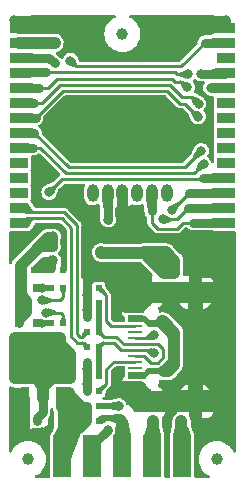
<source format=gbr>
%TF.GenerationSoftware,KiCad,Pcbnew,7.0.11-7.0.11~ubuntu22.04.1*%
%TF.CreationDate,2025-09-05T11:13:46+03:00*%
%TF.ProjectId,MOD-ESP32-C5_Rev_A,4d4f442d-4553-4503-9332-2d43355f5265,A*%
%TF.SameCoordinates,PX5a995c0PY9896800*%
%TF.FileFunction,Copper,L1,Top*%
%TF.FilePolarity,Positive*%
%FSLAX46Y46*%
G04 Gerber Fmt 4.6, Leading zero omitted, Abs format (unit mm)*
G04 Created by KiCad (PCBNEW 7.0.11-7.0.11~ubuntu22.04.1) date 2025-09-05 11:13:46*
%MOMM*%
%LPD*%
G01*
G04 APERTURE LIST*
G04 Aperture macros list*
%AMOutline4P*
0 Free polygon, 4 corners , with rotation*
0 The origin of the aperture is its center*
0 number of corners: always 4*
0 $1 to $8 corner X, Y*
0 $9 Rotation angle, in degrees counterclockwise*
0 create outline with 4 corners*
4,1,4,$1,$2,$3,$4,$5,$6,$7,$8,$1,$2,$9*%
G04 Aperture macros list end*
%TA.AperFunction,SMDPad,CuDef*%
%ADD10R,0.800000X0.800000*%
%TD*%
%TA.AperFunction,SMDPad,CuDef*%
%ADD11R,0.500000X0.550000*%
%TD*%
%TA.AperFunction,FiducialPad,Global*%
%ADD12C,1.000000*%
%TD*%
%TA.AperFunction,SMDPad,CuDef*%
%ADD13R,1.500000X0.900000*%
%TD*%
%TA.AperFunction,ComponentPad*%
%ADD14C,0.800000*%
%TD*%
%TA.AperFunction,ComponentPad*%
%ADD15C,1.800000*%
%TD*%
%TA.AperFunction,SMDPad,CuDef*%
%ADD16R,5.000000X5.000000*%
%TD*%
%TA.AperFunction,SMDPad,CuDef*%
%ADD17R,1.524000X3.556000*%
%TD*%
%TA.AperFunction,SMDPad,CuDef*%
%ADD18R,2.200000X1.100000*%
%TD*%
%TA.AperFunction,ComponentPad*%
%ADD19O,2.200000X1.200000*%
%TD*%
%TA.AperFunction,SMDPad,CuDef*%
%ADD20R,2.000000X1.100000*%
%TD*%
%TA.AperFunction,ComponentPad*%
%ADD21O,2.000000X1.300000*%
%TD*%
%TA.AperFunction,SMDPad,CuDef*%
%ADD22R,1.150000X0.300000*%
%TD*%
%TA.AperFunction,SMDPad,CuDef*%
%ADD23R,1.150000X0.250000*%
%TD*%
%TA.AperFunction,SMDPad,CuDef*%
%ADD24R,0.700000X1.900000*%
%TD*%
%TA.AperFunction,SMDPad,CuDef*%
%ADD25R,2.000000X2.600000*%
%TD*%
%TA.AperFunction,SMDPad,CuDef*%
%ADD26Outline4P,-1.000000X-0.400000X1.000000X-0.400000X0.300000X0.400000X-0.300000X0.400000X180.000000*%
%TD*%
%TA.AperFunction,SMDPad,CuDef*%
%ADD27R,0.800000X1.900000*%
%TD*%
%TA.AperFunction,ComponentPad*%
%ADD28O,1.000000X1.500000*%
%TD*%
%TA.AperFunction,ViaPad*%
%ADD29C,0.800000*%
%TD*%
%TA.AperFunction,Conductor*%
%ADD30C,0.254000*%
%TD*%
%TA.AperFunction,Conductor*%
%ADD31C,0.508000*%
%TD*%
%TA.AperFunction,Conductor*%
%ADD32C,0.762000*%
%TD*%
%TA.AperFunction,Conductor*%
%ADD33C,1.016000*%
%TD*%
%TA.AperFunction,Conductor*%
%ADD34C,1.270000*%
%TD*%
%TA.AperFunction,Conductor*%
%ADD35C,0.250000*%
%TD*%
G04 APERTURE END LIST*
D10*
%TO.P,LED1,1,K*%
%TO.N,Net-(LED1-K)*%
X2762000Y13500000D03*
%TO.P,LED1,2,A*%
%TO.N,+3.3V*%
X1238000Y13500000D03*
%TD*%
D11*
%TO.P,R4,1*%
%TO.N,/USB_D-*%
X8008000Y12750000D03*
%TO.P,R4,2*%
%TO.N,/USB_DN*%
X6992000Y12750000D03*
%TD*%
D10*
%TO.P,LED2,1,K*%
%TO.N,Net-(LED2-K)*%
X2762000Y16500000D03*
%TO.P,LED2,2,A*%
%TO.N,+3.3V*%
X1238000Y16500000D03*
%TD*%
D12*
%TO.P,FID3,Fid1,FID\u002A*%
%TO.N,unconnected-(FID3-FID\u002A-PadFid1)*%
X18000000Y2000000D03*
%TD*%
D11*
%TO.P,R3,1*%
%TO.N,/ESP_EN*%
X2508000Y18000000D03*
%TO.P,R3,2*%
%TO.N,+3.3V*%
X1492000Y18000000D03*
%TD*%
%TO.P,R2,1*%
%TO.N,GND*%
X6992000Y7750000D03*
%TO.P,R2,2*%
%TO.N,Net-(USB-PGM1-CC1)*%
X8008000Y7750000D03*
%TD*%
%TO.P,R8,1*%
%TO.N,+3.3V*%
X6992000Y5250000D03*
%TO.P,R8,2*%
%TO.N,/GPIO3\u005CLP_I2C_SCL\u005CI2C_SCL*%
X8008000Y5250000D03*
%TD*%
%TO.P,C3,1*%
%TO.N,GND*%
X5008000Y18000000D03*
%TO.P,C3,2*%
%TO.N,/ESP_EN*%
X3992000Y18000000D03*
%TD*%
D13*
%TO.P,U1,1,GND*%
%TO.N,GND*%
X1250000Y38510000D03*
%TO.P,U1,2,3V3*%
%TO.N,+3.3V*%
X1250000Y37240000D03*
%TO.P,U1,3,EN*%
%TO.N,/ESP_EN*%
X1250000Y35970000D03*
%TO.P,U1,4,IO2/MTMS/GPIO2/LP_GPIO2/LP_UART_RTSN/LP_I2C_SDA/ADC1_CH1/FSPIQ*%
%TO.N,/GPIO2\u005CLP_I2C_SDA\u005CI2C_SDA*%
X1250000Y34700000D03*
%TO.P,U1,5,IO3/MTDI/GPIO3/LP_GPIO3/LP_UART_CTSN/LP_I2C_SCL/ADC1_CH2*%
%TO.N,/GPIO3\u005CLP_I2C_SCL\u005CI2C_SCL*%
X1250000Y33430000D03*
%TO.P,U1,6,IO0/GPIO0/XTAL_32K_P/LP_GPIO0/LP_UART_DTRN*%
%TO.N,/GPIO0\u005CSPI2_CS*%
X1250000Y32160000D03*
%TO.P,U1,7,IO1/GPIO1/XTAL_32K_N/LP_GPIO1/LP_UART_DSRN/ADC1_CH0*%
%TO.N,/GPIO1\u005CSPI2_CLK*%
X1250000Y30890000D03*
%TO.P,U1,8,IO6/GPIO6/LP_GPIO6/ADC1_CH5/FSPICLK*%
%TO.N,/GPIO6\u005CSPI2_MISO*%
X1250000Y29620000D03*
%TO.P,U1,9,IO7/GPIO7/LP_GPIO7/FSPID/SDIO_DATA1*%
%TO.N,/GPIO7\u005CSPI2_MOSI*%
X1250000Y28350000D03*
%TO.P,U1,10,IO8/GPIO8/PAD_COMP0/SDIO_DATA0*%
%TO.N,unconnected-(U1-IO8{slash}GPIO8{slash}PAD_COMP0{slash}SDIO_DATA0-Pad10)*%
X1250000Y27080000D03*
%TO.P,U1,11,IO9/GPIO9/PAD_COMP1/SDIO_CLK*%
%TO.N,unconnected-(U1-IO9{slash}GPIO9{slash}PAD_COMP1{slash}SDIO_CLK-Pad11)*%
X1250000Y25810000D03*
%TO.P,U1,12,IO10/GPIO10/FSPICS0/SDIO_CMD*%
%TO.N,unconnected-(U1-IO10{slash}GPIO10{slash}FSPICS0{slash}SDIO_CMD-Pad12)*%
X1250000Y24540000D03*
%TO.P,U1,13,IO13/GPIO13/USB_D-/SDIO_DATA3*%
%TO.N,/USB_DN*%
X1250000Y23270000D03*
%TO.P,U1,14,IO14/GPIO14/USB_D+/SDIO_DATA2*%
%TO.N,/USB_DP*%
X1250000Y22000000D03*
%TO.P,U1,15,IO28/GPIO28*%
%TO.N,/GPIO28\u005CBOOT*%
X18750000Y22000000D03*
%TO.P,U1,16,IO5/MTDO/GPIO5/LP_GPIO5/LP_UART_TXD/ADC1_CH4/FSPIWP*%
%TO.N,/GPIO5\u005CLP_UART_TXD\u005CU1TXD*%
X18750000Y23270000D03*
%TO.P,U1,17,IO4/MTCK/GPIO4/LP_GPIO4/LP_UART_RXD/ADC1_CH3/FSPIHD*%
%TO.N,/GPIO4\u005CLP_UART_RXD\u005CU1RXD*%
X18750000Y24540000D03*
%TO.P,U1,18,IO27/GPIO27*%
%TO.N,/GPIO27\u005CUSER_LED1*%
X18750000Y25810000D03*
%TO.P,U1,19,NC/SPICS1/GPIO15*%
%TO.N,unconnected-(U1-NC{slash}SPICS1{slash}GPIO15-Pad19)*%
X18750000Y27080000D03*
%TO.P,U1,20,NC*%
%TO.N,unconnected-(U1-NC-Pad20)*%
X18750000Y28350000D03*
%TO.P,U1,21,IO23/GPIO23*%
%TO.N,unconnected-(U1-IO23{slash}GPIO23-Pad21)*%
X18750000Y29620000D03*
%TO.P,U1,22,NC*%
%TO.N,unconnected-(U1-NC-Pad22)*%
X18750000Y30890000D03*
%TO.P,U1,23,IO24/GPIO24*%
%TO.N,unconnected-(U1-IO24{slash}GPIO24-Pad23)*%
X18750000Y32160000D03*
%TO.P,U1,24,IO12/U0RXD/GPIO12*%
%TO.N,/GPIO12\u005CU0RXD*%
X18750000Y33430000D03*
%TO.P,U1,25,IO11/U0TXD/GPIO11*%
%TO.N,/GPIO11\u005CU0TXD*%
X18750000Y34700000D03*
%TO.P,U1,26,IO25/GPIO25*%
%TO.N,unconnected-(U1-IO25{slash}GPIO25-Pad26)*%
X18750000Y35970000D03*
%TO.P,U1,27,IO26/GPIO26*%
%TO.N,/GPIO26\u005CUSER_LED2*%
X18750000Y37240000D03*
%TO.P,U1,28,GND*%
%TO.N,GND*%
X18750000Y38510000D03*
D14*
%TO.P,U1,29,EPAD*%
X8750000Y30770000D03*
X8750000Y29070000D03*
X9980000Y32000000D03*
X9980000Y31200000D03*
X9980000Y28650000D03*
X9980000Y27850000D03*
D15*
X10830000Y29920000D03*
D16*
X10830000Y29920000D03*
D14*
X11680000Y32000000D03*
X11680000Y31200000D03*
X11680000Y28650000D03*
X11680000Y27850000D03*
X12900000Y30770000D03*
X12900000Y29070000D03*
%TD*%
D17*
%TO.P,UEXT1,1,1*%
%TO.N,+3.3V*%
X4920000Y2226000D03*
%TO.P,UEXT1,3,3*%
%TO.N,/GPIO4\u005CLP_UART_RXD\u005CU1RXD*%
X7460000Y2226000D03*
%TO.P,UEXT1,5,5*%
%TO.N,/GPIO3\u005CLP_I2C_SCL\u005CI2C_SCL*%
X10000000Y2226000D03*
%TO.P,UEXT1,7,7*%
%TO.N,/GPIO6\u005CSPI2_MISO*%
X12540000Y2226000D03*
%TO.P,UEXT1,9,9*%
%TO.N,/GPIO1\u005CSPI2_CLK*%
X15080000Y2226000D03*
%TD*%
D11*
%TO.P,R6,1*%
%TO.N,Net-(LED1-K)*%
X3992000Y13500000D03*
%TO.P,R6,2*%
%TO.N,/GPIO27\u005CUSER_LED1*%
X5008000Y13500000D03*
%TD*%
%TO.P,C7,1*%
%TO.N,+3.3V*%
X5008000Y5250000D03*
%TO.P,C7,2*%
%TO.N,GND*%
X3992000Y5250000D03*
%TD*%
%TO.P,R1,1*%
%TO.N,GND*%
X6992000Y16500000D03*
%TO.P,R1,2*%
%TO.N,Net-(USB-PGM1-CC2)*%
X8008000Y16500000D03*
%TD*%
%TO.P,TVS2,1,IO1*%
%TO.N,/USB_D-*%
X8008000Y14000000D03*
%TO.P,TVS2,2,IO2*%
%TO.N,GND*%
X6992000Y14000000D03*
%TD*%
%TO.P,TVS1,1,IO1*%
%TO.N,/USB_D+*%
X8008000Y10250000D03*
%TO.P,TVS1,2,IO2*%
%TO.N,GND*%
X6992000Y10250000D03*
%TD*%
%TO.P,C4,1*%
%TO.N,/USB_D-*%
X8008000Y15250000D03*
%TO.P,C4,2*%
%TO.N,GND*%
X6992000Y15250000D03*
%TD*%
D18*
%TO.P,USB-PGM1,0,SHELL*%
%TO.N,GND*%
X11970000Y16427600D03*
D19*
X11970000Y15820000D03*
X11970000Y7180000D03*
D18*
X11970000Y6572400D03*
D20*
X16150000Y16427600D03*
D21*
X16150000Y15820000D03*
X16150000Y7180000D03*
D20*
X16150000Y6572400D03*
D22*
%TO.P,USB-PGM1,A1,GND*%
X11068000Y8175000D03*
%TO.P,USB-PGM1,A4,VBUS*%
%TO.N,+5V_USB*%
X11068000Y8975000D03*
D23*
%TO.P,USB-PGM1,A5,CC1*%
%TO.N,Net-(USB-PGM1-CC1)*%
X11068000Y10250000D03*
%TO.P,USB-PGM1,A6,DP1*%
%TO.N,/USB_D+*%
X11068000Y11250000D03*
%TO.P,USB-PGM1,A7,DN1*%
%TO.N,/USB_D-*%
X11068000Y11750000D03*
%TO.P,USB-PGM1,A8,SBU1*%
%TO.N,unconnected-(USB-PGM1-SBU1-PadA8)*%
X11068000Y12750000D03*
D22*
%TO.P,USB-PGM1,A9,VBUS*%
%TO.N,+5V_USB*%
X11068000Y14025000D03*
%TO.P,USB-PGM1,A12,GND*%
%TO.N,GND*%
X11068000Y14825000D03*
%TO.P,USB-PGM1,B1,GND*%
X11068000Y14575000D03*
%TO.P,USB-PGM1,B4,VBUS*%
%TO.N,+5V_USB*%
X11068000Y13775000D03*
D23*
%TO.P,USB-PGM1,B5,CC2*%
%TO.N,Net-(USB-PGM1-CC2)*%
X11068000Y13250000D03*
%TO.P,USB-PGM1,B6,DP2*%
%TO.N,/USB_D+*%
X11068000Y12250000D03*
%TO.P,USB-PGM1,B7,DN2*%
%TO.N,/USB_D-*%
X11068000Y10750000D03*
%TO.P,USB-PGM1,B8,SBU2*%
%TO.N,unconnected-(USB-PGM1-SBU2-PadB8)*%
X11068000Y9750000D03*
D22*
%TO.P,USB-PGM1,B9,VBUS*%
%TO.N,+5V_USB*%
X11068000Y9225000D03*
%TO.P,USB-PGM1,B12,GND*%
%TO.N,GND*%
X11068000Y8425000D03*
%TD*%
D11*
%TO.P,C6,1*%
%TO.N,+5V_USB*%
X2758000Y5250000D03*
%TO.P,C6,2*%
%TO.N,GND*%
X1742000Y5250000D03*
%TD*%
%TO.P,R5,1*%
%TO.N,/USB_DP*%
X6992000Y11500000D03*
%TO.P,R5,2*%
%TO.N,/USB_D+*%
X8008000Y11500000D03*
%TD*%
D24*
%TO.P,VR1,1,GND*%
%TO.N,GND*%
X1750000Y7150000D03*
D25*
%TO.P,VR1,2,VIN*%
%TO.N,+5V_USB*%
X3250000Y10000000D03*
D26*
X3250000Y8300000D03*
D27*
X3250000Y7150000D03*
D24*
%TO.P,VR1,3,VOUT*%
%TO.N,+3.3V*%
X4750000Y7150000D03*
%TD*%
D12*
%TO.P,FID1,Fid1,FID\u002A*%
%TO.N,unconnected-(FID1-FID\u002A-PadFid1)*%
X2000000Y2000000D03*
%TD*%
D11*
%TO.P,R7,1*%
%TO.N,Net-(LED2-K)*%
X3992000Y16500000D03*
%TO.P,R7,2*%
%TO.N,/GPIO26\u005CUSER_LED2*%
X5008000Y16500000D03*
%TD*%
%TO.P,C5,1*%
%TO.N,/USB_D+*%
X8008000Y9000000D03*
%TO.P,C5,2*%
%TO.N,GND*%
X6992000Y9000000D03*
%TD*%
D12*
%TO.P,FID2,Fid1,FID\u002A*%
%TO.N,unconnected-(FID2-FID\u002A-PadFid1)*%
X10000000Y38000000D03*
%TD*%
D11*
%TO.P,R9,1*%
%TO.N,/GPIO2\u005CLP_I2C_SDA\u005CI2C_SDA*%
X8008000Y6500000D03*
%TO.P,R9,2*%
%TO.N,+3.3V*%
X6992000Y6500000D03*
%TD*%
D28*
%TO.P,ESP-PROG1,1*%
%TO.N,/GPIO11\u005CU0TXD*%
X13750000Y24500000D03*
%TO.P,ESP-PROG1,2*%
%TO.N,/GPIO28\u005CBOOT*%
X12500000Y24500000D03*
%TO.P,ESP-PROG1,3*%
%TO.N,/GPIO12\u005CU0RXD*%
X11250000Y24500000D03*
%TO.P,ESP-PROG1,4*%
%TO.N,GND*%
X10000000Y24500000D03*
%TO.P,ESP-PROG1,5*%
%TO.N,Net-(3.3V_E1-Pad1)*%
X8750000Y24500000D03*
%TO.P,ESP-PROG1,6*%
%TO.N,/ESP_EN*%
X7500000Y24500000D03*
%TD*%
D29*
%TO.N,GND*%
X19089800Y17750000D03*
X19000000Y6500000D03*
X15250000Y39200000D03*
X1750000Y5850000D03*
X4250000Y29250000D03*
X19089800Y20750000D03*
X17000000Y3750000D03*
X7250000Y38000000D03*
X3000000Y39200000D03*
X900000Y4500000D03*
X6500000Y32250000D03*
X6500000Y30750000D03*
X7750000Y30750000D03*
X4750000Y39200000D03*
X5250000Y32250000D03*
X5750000Y23900000D03*
X13500000Y39200000D03*
X12500000Y38000000D03*
X1800000Y4500000D03*
X4250000Y30750000D03*
X17000000Y39200000D03*
X19000000Y10000000D03*
X5250000Y30750000D03*
X6500000Y36750000D03*
X19089800Y19250000D03*
X6500000Y27750000D03*
X11750000Y36750000D03*
X781000Y20800000D03*
X15350293Y37089482D03*
X16000000Y38000000D03*
X16250000Y19250000D03*
X10000000Y36050000D03*
X19000000Y8250000D03*
X6992000Y9600000D03*
X5250000Y29250000D03*
X8250000Y39200000D03*
X11750000Y39200000D03*
X6992000Y18200000D03*
X4750000Y23900000D03*
X6500000Y39200000D03*
X7750000Y29250000D03*
X19000000Y11750000D03*
X14250000Y38000000D03*
X13364792Y36878783D03*
X7250000Y36050000D03*
X7750000Y32250000D03*
X900000Y5850000D03*
X900000Y7250000D03*
X19000000Y3750000D03*
X17500000Y38350000D03*
X18750000Y39200000D03*
X6992000Y17300000D03*
X6992000Y14600000D03*
X800000Y39200000D03*
X11000000Y36050000D03*
X6400000Y23200000D03*
X16250000Y17750000D03*
X19000000Y5000000D03*
X7750000Y27750000D03*
X2500000Y38500000D03*
X8250000Y36750000D03*
X6992000Y15900000D03*
X7100000Y22600000D03*
X3700000Y4500000D03*
X12500000Y36050000D03*
X6500000Y29250000D03*
X6992000Y8400000D03*
X9000000Y36050000D03*
X781000Y19800000D03*
X19000000Y13500000D03*
%TO.N,Net-(3.3V_E1-Pad1)*%
X8800000Y22268200D03*
%TO.N,/GPIO11\u005CU0TXD*%
X16668200Y34650328D03*
%TO.N,/GPIO12\u005CU0RXD*%
X17500000Y33430000D03*
%TO.N,/GPIO27\u005CUSER_LED1*%
X3800000Y24600000D03*
X3559412Y14414342D03*
%TO.N,/ESP_EN*%
X4250000Y35531800D03*
X4117000Y18887824D03*
%TO.N,/USB_D+*%
X12700000Y10950000D03*
X12700000Y12550000D03*
%TO.N,+3.3V*%
X1950000Y15500000D03*
X5485580Y7584165D03*
X5500000Y6750000D03*
X4250000Y37240000D03*
X2500000Y37240000D03*
X1950000Y14500000D03*
X4117000Y20852000D03*
X4116000Y20000000D03*
%TO.N,/GPIO26\u005CUSER_LED2*%
X3206802Y15451545D03*
X5599990Y35750000D03*
%TO.N,/GPIO3\u005CLP_I2C_SCL\u005CI2C_SCL*%
X9600010Y5400000D03*
X15482920Y33482921D03*
%TO.N,/GPIO2\u005CLP_I2C_SDA\u005CI2C_SDA*%
X15565646Y34576539D03*
X9700000Y6500000D03*
%TO.N,/GPIO0\u005CSPI2_CS*%
X16444772Y32092085D03*
%TO.N,/GPIO1\u005CSPI2_CLK*%
X15000000Y5200000D03*
X16400000Y31000000D03*
%TO.N,/GPIO6\u005CSPI2_MISO*%
X16668200Y28104803D03*
X12600000Y5200000D03*
%TO.N,/GPIO7\u005CSPI2_MOSI*%
X16864200Y27000000D03*
%TO.N,/GPIO5\u005CLP_UART_TXD\u005CU1TXD*%
X13400000Y22300000D03*
%TO.N,/GPIO4\u005CLP_UART_RXD\u005CU1RXD*%
X8753776Y4499382D03*
X14200000Y23100000D03*
%TO.N,+5V_USB*%
X5600000Y9900000D03*
X4750000Y9900000D03*
X8187045Y19498755D03*
X4750000Y10900000D03*
X5600000Y8900000D03*
X14400000Y10900000D03*
X4750000Y8900000D03*
X3250000Y12250000D03*
X14400000Y12700000D03*
X14400000Y11800000D03*
X4750000Y12250000D03*
X4000000Y11750000D03*
X14400000Y18800000D03*
X9100000Y19498755D03*
X13500000Y17800000D03*
X14400000Y17800000D03*
X14335461Y10064539D03*
X5600000Y10900000D03*
%TD*%
D30*
%TO.N,GND*%
X11003000Y15065000D02*
X11003000Y16003000D01*
D31*
X3992000Y4792000D02*
X3700000Y4500000D01*
D32*
X900000Y4500000D02*
X900000Y5850000D01*
X6992000Y10250000D02*
X6992000Y9000000D01*
D30*
X11068000Y15000000D02*
X11068000Y15200000D01*
X10100000Y7500000D02*
X10100000Y7600000D01*
D32*
X7098000Y17406000D02*
X7800000Y17406000D01*
D30*
X11068000Y14575000D02*
X10225000Y14575000D01*
D32*
X10700000Y20700000D02*
X16100000Y20700000D01*
D33*
X1254000Y38506000D02*
X2500000Y38506000D01*
D32*
X10000000Y21400000D02*
X10000000Y24250000D01*
D30*
X10400000Y7200000D02*
X10600000Y7000000D01*
X11250000Y7900000D02*
X11275000Y7875000D01*
X10100000Y7600000D02*
X10100000Y8200000D01*
X10000000Y14800000D02*
X10000000Y15000000D01*
X11870079Y8175000D02*
X12022540Y8022540D01*
D31*
X2000000Y20800000D02*
X2956000Y21756000D01*
D30*
X10200000Y8000000D02*
X10200000Y8175000D01*
X11620078Y14575000D02*
X11922539Y14877461D01*
D32*
X6992000Y15250000D02*
X6992000Y15900000D01*
D30*
X12022540Y8022540D02*
X12222540Y7822540D01*
X10600000Y7000000D02*
X11790000Y7000000D01*
X10225000Y8425000D02*
X10100000Y8300000D01*
D32*
X19089800Y3839800D02*
X19000000Y3750000D01*
D30*
X10000000Y15200000D02*
X10000000Y17000000D01*
D33*
X18924000Y7180000D02*
X18984000Y7240000D01*
D32*
X6992000Y16500000D02*
X6992000Y15900000D01*
X9590000Y18200000D02*
X10197600Y18200000D01*
D33*
X19089800Y16500000D02*
X19089800Y15910000D01*
D32*
X10197600Y18200000D02*
X11970000Y16427600D01*
D30*
X11068000Y8082000D02*
X11275000Y7875000D01*
D33*
X18984000Y7240000D02*
X18984000Y7400000D01*
D32*
X1742000Y5842000D02*
X1742000Y5250000D01*
D30*
X11068000Y8175000D02*
X11870079Y8175000D01*
X10600000Y15200000D02*
X10800000Y15200000D01*
D33*
X19089800Y14800000D02*
X19089800Y5400000D01*
D32*
X1650000Y7250000D02*
X1750000Y7150000D01*
D30*
X10175000Y14825000D02*
X10000000Y15000000D01*
D32*
X3000000Y39200000D02*
X3000000Y39000000D01*
D30*
X10100000Y7600000D02*
X10275000Y7775000D01*
D31*
X1000000Y19800000D02*
X2000000Y20800000D01*
D32*
X900000Y5850000D02*
X900000Y7250000D01*
D30*
X11068000Y8175000D02*
X10575000Y8175000D01*
D33*
X16150000Y15820000D02*
X17500000Y15820000D01*
D30*
X10800000Y15800000D02*
X11003000Y16003000D01*
D32*
X6992000Y19992000D02*
X7700000Y20700000D01*
D30*
X11068000Y14825000D02*
X10375000Y14825000D01*
D33*
X16250000Y19250000D02*
X19089800Y19250000D01*
D32*
X11970000Y15820000D02*
X10745000Y17045000D01*
X1742000Y5250000D02*
X1742000Y4558000D01*
D31*
X2956000Y21756000D02*
X4600906Y21756000D01*
D32*
X1320000Y4500000D02*
X1320000Y6920000D01*
X6992000Y15250000D02*
X6992000Y14600000D01*
X17000000Y39200000D02*
X17000000Y38750000D01*
D30*
X11375000Y7775000D02*
X11970000Y7180000D01*
D34*
X17700000Y7180000D02*
X17930000Y7180000D01*
D31*
X781000Y19800000D02*
X781000Y19981000D01*
D30*
X11098844Y6200000D02*
X11800000Y6200000D01*
D33*
X16150000Y15820000D02*
X16250000Y15920000D01*
D34*
X16150000Y7180000D02*
X17700000Y7180000D01*
D30*
X10100000Y7600000D02*
X11550000Y7600000D01*
D33*
X18069800Y15820000D02*
X18409800Y15820000D01*
D32*
X6992000Y18800000D02*
X7000000Y18800000D01*
D30*
X10200000Y15200000D02*
X10200000Y16800000D01*
D33*
X11970000Y16427600D02*
X16150000Y16427600D01*
D32*
X9600000Y17406000D02*
X10384000Y17406000D01*
D33*
X18069800Y15820000D02*
X19089800Y14800000D01*
D30*
X10300000Y7900000D02*
X10200000Y8000000D01*
D33*
X16450000Y20750000D02*
X16250000Y20550000D01*
D30*
X10200000Y7400000D02*
X10400000Y7200000D01*
D32*
X7700000Y20700000D02*
X9300000Y20700000D01*
D31*
X5021000Y21335906D02*
X5021000Y18013000D01*
D30*
X11068000Y8175000D02*
X11220460Y8022540D01*
D32*
X6992000Y18200000D02*
X6992000Y18800000D01*
D30*
X11550000Y7600000D02*
X11970000Y7180000D01*
X10400000Y7200000D02*
X11950000Y7200000D01*
X11422540Y7822540D02*
X12222540Y7822540D01*
D32*
X900000Y7250000D02*
X1650000Y7250000D01*
D30*
X11068000Y14825000D02*
X10175000Y14825000D01*
D33*
X1250000Y38510000D02*
X1254000Y38506000D01*
D32*
X1742000Y4558000D02*
X1800000Y4500000D01*
X18750000Y38510000D02*
X18750000Y39200000D01*
X9300000Y20700000D02*
X10000000Y21400000D01*
D30*
X10000000Y15000000D02*
X10000000Y15200000D01*
X10600000Y16400000D02*
X10603000Y16403000D01*
D33*
X17930000Y7180000D02*
X18984000Y8234000D01*
X19089800Y15910000D02*
X19089800Y14800000D01*
D30*
X11922539Y14877461D02*
X12022539Y14977461D01*
X10800000Y6800000D02*
X11180000Y7180000D01*
D33*
X19000000Y8250000D02*
X19000000Y6500000D01*
D30*
X10800000Y6800000D02*
X11027600Y6572400D01*
X10100000Y8200000D02*
X10100000Y8300000D01*
X11068000Y15000000D02*
X11003000Y15065000D01*
X10600000Y15200000D02*
X10600000Y16400000D01*
D32*
X6992000Y9000000D02*
X6992000Y7750000D01*
D30*
X12865079Y7180000D02*
X13800000Y7180000D01*
D32*
X900000Y7710000D02*
X1650000Y7710000D01*
X10000000Y21400000D02*
X10700000Y20700000D01*
D30*
X10000000Y7600000D02*
X10200000Y7400000D01*
X10000000Y15200000D02*
X10200000Y15200000D01*
D33*
X17500000Y15820000D02*
X18069800Y15820000D01*
D34*
X13800000Y7180000D02*
X16150000Y7180000D01*
D30*
X10400000Y15200000D02*
X10600000Y15200000D01*
D32*
X19000000Y3750000D02*
X19000000Y5000000D01*
D30*
X11068000Y15000000D02*
X12000000Y15000000D01*
X10300000Y7900000D02*
X11250000Y7900000D01*
X11950000Y7200000D02*
X11970000Y7180000D01*
D32*
X16100000Y20700000D02*
X16250000Y20550000D01*
D33*
X16150000Y6572400D02*
X17917400Y6572400D01*
D30*
X11220460Y8022540D02*
X12022540Y8022540D01*
D33*
X19089800Y20750000D02*
X16450000Y20750000D01*
D30*
X11068000Y14825000D02*
X11068000Y15000000D01*
D33*
X16250000Y15920000D02*
X16250000Y19250000D01*
D32*
X6992000Y16500000D02*
X6992000Y18200000D01*
X1742000Y7142000D02*
X1742000Y5858000D01*
D30*
X12865079Y15820000D02*
X13400000Y15820000D01*
D31*
X781000Y20800000D02*
X1600000Y20800000D01*
D30*
X10575000Y8175000D02*
X10300000Y7900000D01*
D31*
X1600000Y20800000D02*
X2000000Y20800000D01*
D30*
X10300000Y7900000D02*
X10000000Y7600000D01*
D32*
X1750000Y5850000D02*
X1742000Y5842000D01*
D30*
X12222540Y7822540D02*
X12865079Y7180000D01*
D32*
X1750000Y7150000D02*
X1742000Y7142000D01*
D30*
X10800000Y15200000D02*
X10800000Y15800000D01*
X11068000Y15000000D02*
X10200000Y15000000D01*
D32*
X7800000Y17406000D02*
X9600000Y17406000D01*
D30*
X10225000Y14575000D02*
X10000000Y14800000D01*
D32*
X9945000Y17845000D02*
X9590000Y18200000D01*
X1742000Y5858000D02*
X1750000Y5850000D01*
D30*
X11068000Y14575000D02*
X11620078Y14575000D01*
X11068000Y8175000D02*
X11068000Y8082000D01*
D32*
X800000Y39200000D02*
X3000000Y39200000D01*
D30*
X10000000Y8200000D02*
X10000000Y7600000D01*
D32*
X9300000Y20700000D02*
X10700000Y20700000D01*
D31*
X3992000Y5250000D02*
X3992000Y4792000D01*
D30*
X11375000Y7775000D02*
X11422540Y7822540D01*
X10375000Y14825000D02*
X10200000Y15000000D01*
X11027600Y6572400D02*
X11970000Y6572400D01*
D32*
X16250000Y17750000D02*
X19089800Y17750000D01*
D30*
X10200000Y16800000D02*
X10203000Y16803000D01*
D32*
X11970000Y15820000D02*
X11186000Y15820000D01*
X19000000Y5000000D02*
X19000000Y6500000D01*
X11003000Y16003000D02*
X10603000Y16403000D01*
D33*
X18409800Y15820000D02*
X19089800Y16500000D01*
D30*
X11068000Y15200000D02*
X11068000Y16722000D01*
D32*
X10603000Y16403000D02*
X10203000Y16803000D01*
D30*
X10600000Y7000000D02*
X10800000Y6800000D01*
D31*
X6992000Y14000000D02*
X6992000Y15250000D01*
D30*
X10200000Y8175000D02*
X10125000Y8175000D01*
X10200000Y7400000D02*
X10100000Y7500000D01*
D32*
X3000000Y39000000D02*
X2500000Y38500000D01*
X1320000Y6920000D02*
X1650000Y7250000D01*
D30*
X10200000Y15200000D02*
X10400000Y15200000D01*
D33*
X16150000Y6572400D02*
X18927600Y6572400D01*
X16250000Y20550000D02*
X16250000Y19250000D01*
X11970000Y6572400D02*
X16150000Y6572400D01*
D31*
X4600906Y21756000D02*
X5021000Y21335906D01*
D30*
X11790000Y7000000D02*
X11970000Y7180000D01*
D32*
X10203000Y16803000D02*
X10003000Y17003000D01*
D30*
X11068000Y16722000D02*
X10745000Y17045000D01*
D32*
X10003000Y17003000D02*
X9600000Y17406000D01*
X1320000Y4500000D02*
X900000Y4500000D01*
X1750000Y5850000D02*
X900000Y5850000D01*
D33*
X18927600Y6572400D02*
X19000000Y6500000D01*
D32*
X17240000Y38510000D02*
X17000000Y38750000D01*
D30*
X10200000Y15000000D02*
X10000000Y15200000D01*
D32*
X7000000Y18800000D02*
X7600000Y18200000D01*
D30*
X11068000Y14825000D02*
X11870079Y14825000D01*
X10000000Y7600000D02*
X10000000Y7298844D01*
D32*
X7098000Y17406000D02*
X7537000Y17845000D01*
X10745000Y17045000D02*
X9945000Y17845000D01*
D30*
X12022539Y14977461D02*
X12222539Y15177461D01*
X10899422Y6399422D02*
X11098844Y6200000D01*
X10400000Y16606000D02*
X10203000Y16803000D01*
X10000000Y17000000D02*
X10003000Y17003000D01*
X12200000Y15200000D02*
X12222539Y15177461D01*
X10100000Y8300000D02*
X10000000Y8200000D01*
X10200000Y7400000D02*
X11750000Y7400000D01*
X10275000Y7775000D02*
X11375000Y7775000D01*
X10400000Y15200000D02*
X10400000Y16606000D01*
D31*
X781000Y19800000D02*
X1000000Y19800000D01*
D32*
X6992000Y18800000D02*
X6992000Y19992000D01*
D30*
X6992000Y16500000D02*
X6992000Y16598000D01*
X11068000Y15200000D02*
X12200000Y15200000D01*
X11275000Y7875000D02*
X11375000Y7775000D01*
X11750000Y7400000D02*
X11970000Y7180000D01*
D32*
X6992000Y14000000D02*
X6992000Y14600000D01*
D30*
X11068000Y8425000D02*
X10225000Y8425000D01*
X10125000Y8175000D02*
X10100000Y8200000D01*
D32*
X18750000Y38510000D02*
X17240000Y38510000D01*
D30*
X12000000Y15000000D02*
X12022539Y14977461D01*
X10800000Y15200000D02*
X11068000Y15200000D01*
D32*
X6992000Y17300000D02*
X7098000Y17406000D01*
X7600000Y18200000D02*
X6992000Y18200000D01*
D33*
X17917400Y6572400D02*
X19089800Y5400000D01*
D32*
X10384000Y17406000D02*
X10745000Y17045000D01*
D30*
X12222539Y15177461D02*
X12865079Y15820000D01*
X11068000Y8425000D02*
X11620079Y8425000D01*
D31*
X781000Y19981000D02*
X1600000Y20800000D01*
D30*
X11180000Y7180000D02*
X11970000Y7180000D01*
D32*
X18750000Y39200000D02*
X17000000Y39200000D01*
D33*
X17500000Y15820000D02*
X18999800Y15820000D01*
X18999800Y15820000D02*
X19089800Y15910000D01*
D31*
X5021000Y18013000D02*
X5008000Y18000000D01*
D33*
X11970000Y15820000D02*
X13400000Y15820000D01*
D32*
X17000000Y38750000D02*
X18510000Y38750000D01*
D33*
X13400000Y15820000D02*
X16150000Y15820000D01*
X18984000Y8234000D02*
X18984000Y8250000D01*
D32*
X9590000Y18200000D02*
X7600000Y18200000D01*
D30*
X6992000Y16598000D02*
X7800000Y17406000D01*
D32*
X11186000Y15820000D02*
X11003000Y16003000D01*
D33*
X19089800Y5400000D02*
X19089800Y3839800D01*
D34*
X17700000Y7180000D02*
X18924000Y7180000D01*
D30*
X11870079Y14825000D02*
X11922539Y14877461D01*
D32*
X781000Y19800000D02*
X781000Y20800000D01*
D30*
X10000000Y7298844D02*
X10899422Y6399422D01*
X11068000Y8175000D02*
X10200000Y8175000D01*
X11620079Y8425000D02*
X11870079Y8175000D01*
D32*
X7537000Y17845000D02*
X9945000Y17845000D01*
D33*
X19089800Y20750000D02*
X19089800Y16500000D01*
D32*
X900000Y7710000D02*
X900000Y7250000D01*
D34*
X11970000Y7180000D02*
X13800000Y7180000D01*
D32*
X1800000Y4500000D02*
X1320000Y4500000D01*
X18510000Y38750000D02*
X18750000Y38510000D01*
%TO.N,Net-(3.3V_E1-Pad1)*%
X8750000Y24500000D02*
X8750000Y22318200D01*
X8750000Y22318200D02*
X8800000Y22268200D01*
%TO.N,/GPIO11\u005CU0TXD*%
X18750000Y34700000D02*
X18700000Y34650000D01*
X16668528Y34650000D02*
X16668200Y34650328D01*
X18700000Y34650000D02*
X16668528Y34650000D01*
D30*
%TO.N,/GPIO28\u005CBOOT*%
X14600000Y21500000D02*
X15100000Y22000000D01*
X13000000Y21500000D02*
X14600000Y21500000D01*
X12500000Y23000000D02*
X12500000Y22000000D01*
X12500000Y22000000D02*
X13000000Y21500000D01*
D32*
X12500000Y24500000D02*
X12500000Y23000000D01*
D30*
X15100000Y22000000D02*
X16000000Y22000000D01*
D32*
X18750000Y22000000D02*
X16000000Y22000000D01*
%TO.N,/GPIO12\u005CU0RXD*%
X18750000Y33430000D02*
X17500000Y33430000D01*
%TO.N,/GPIO27\u005CUSER_LED1*%
X18750000Y25810000D02*
X16818000Y25810000D01*
D30*
X5008000Y13500000D02*
X5008000Y14192000D01*
X4785658Y14414342D02*
X3559412Y14414342D01*
X16700000Y25692000D02*
X4892000Y25692000D01*
X5008000Y14192000D02*
X4785658Y14414342D01*
X4892000Y25692000D02*
X3800000Y24600000D01*
X16818000Y25810000D02*
X16700000Y25692000D01*
D32*
%TO.N,/ESP_EN*%
X3811800Y35970000D02*
X4250000Y35531800D01*
D31*
X4117000Y18887824D02*
X3992000Y18762824D01*
X4117000Y18887824D02*
X3229176Y18000000D01*
X4117000Y18887824D02*
X4117000Y18125000D01*
X2508000Y18000000D02*
X3395824Y18887824D01*
X4117000Y18125000D02*
X3992000Y18000000D01*
D32*
X1250000Y35970000D02*
X3811800Y35970000D01*
D31*
X3992000Y18762824D02*
X3992000Y18000000D01*
X3395824Y18887824D02*
X3700000Y18887824D01*
X3100000Y18000000D02*
X2508000Y18000000D01*
X2812176Y18000000D02*
X3700000Y18887824D01*
X2508000Y18000000D02*
X2812176Y18000000D01*
X3229176Y18000000D02*
X3100000Y18000000D01*
X3700000Y18887824D02*
X4117000Y18887824D01*
X3992000Y18000000D02*
X3100000Y18000000D01*
D35*
%TO.N,/USB_D+*%
X9896446Y11250000D02*
X11068000Y11250000D01*
X12400000Y11250000D02*
X12700000Y10950000D01*
X8008000Y11500000D02*
X8033000Y11500000D01*
X9271446Y11875000D02*
X9896446Y11250000D01*
X11068000Y12250000D02*
X12400000Y12250000D01*
D31*
X8008000Y11500000D02*
X8008000Y10250000D01*
D35*
X12400000Y12250000D02*
X12700000Y12550000D01*
D31*
X8008000Y10250000D02*
X8008000Y9000000D01*
D35*
X8033000Y11500000D02*
X8408000Y11875000D01*
X11068000Y11250000D02*
X12400000Y11250000D01*
X8408000Y11875000D02*
X9271446Y11875000D01*
D32*
%TO.N,+3.3V*%
X1238000Y13500000D02*
X1238000Y13738000D01*
X4920000Y6980000D02*
X4750000Y7150000D01*
X1950000Y14500000D02*
X1900000Y14500000D01*
X4750000Y7150000D02*
X5184165Y7584165D01*
X5500000Y6500000D02*
X5400000Y6500000D01*
X4750000Y7150000D02*
X4750000Y6450000D01*
X1492000Y14958000D02*
X1950000Y14500000D01*
X5008000Y5250000D02*
X6000000Y5250000D01*
X1238000Y14762000D02*
X1238000Y13738000D01*
X1238000Y18438000D02*
X1492000Y18692000D01*
X4920000Y4170000D02*
X4920000Y6980000D01*
X5008000Y5800000D02*
X5008000Y5250000D01*
X1950000Y15500000D02*
X1950000Y14500000D01*
X3652000Y20852000D02*
X3400000Y20600000D01*
X4920000Y2226000D02*
X4920000Y4170000D01*
D33*
X5184165Y7584165D02*
X5485580Y7584165D01*
D32*
X1492000Y15958000D02*
X1492000Y16000000D01*
X3400000Y20600000D02*
X1238000Y18438000D01*
X1492000Y18692000D02*
X1492000Y18000000D01*
X6992000Y5800000D02*
X5008000Y5800000D01*
X4117000Y20852000D02*
X3652000Y20852000D01*
D33*
X1250000Y37240000D02*
X2500000Y37240000D01*
D32*
X1238000Y14762000D02*
X1487859Y14762000D01*
X5008000Y5250000D02*
X5008000Y2314000D01*
X1492000Y16000000D02*
X1492000Y14958000D01*
X4116000Y20851000D02*
X4117000Y20852000D01*
X4116000Y20000000D02*
X2800000Y20000000D01*
X4920000Y4170000D02*
X6000000Y5250000D01*
X3042000Y20000000D02*
X4116000Y20000000D01*
X4116000Y20000000D02*
X3516000Y20600000D01*
X1238000Y13788000D02*
X1238000Y13500000D01*
X6992000Y6500000D02*
X5500000Y6500000D01*
X1492000Y18450000D02*
X3042000Y20000000D01*
X5400000Y6500000D02*
X4750000Y7150000D01*
X4920000Y2226000D02*
X4920000Y3178000D01*
X5008000Y2314000D02*
X4920000Y2226000D01*
X4116000Y20000000D02*
X4116000Y20851000D01*
D33*
X2500000Y37240000D02*
X4250000Y37240000D01*
D32*
X4920000Y3178000D02*
X6992000Y5250000D01*
X1238000Y17746000D02*
X1492000Y18000000D01*
X1950000Y14500000D02*
X1238000Y13788000D01*
X2050000Y19250000D02*
X1492000Y18692000D01*
X6992000Y5800000D02*
X6992000Y5250000D01*
X1950000Y15500000D02*
X1492000Y15958000D01*
X6569745Y6500000D02*
X5485580Y7584165D01*
X6000000Y5250000D02*
X6992000Y5250000D01*
X1238000Y16500000D02*
X1238000Y14762000D01*
D33*
X5500000Y6750000D02*
X5500000Y7569745D01*
D32*
X4750000Y6450000D02*
X5008000Y6192000D01*
X3516000Y20600000D02*
X3400000Y20600000D01*
X1492000Y18000000D02*
X1492000Y16000000D01*
D33*
X5500000Y7569745D02*
X5485580Y7584165D01*
D32*
X1238000Y16500000D02*
X1238000Y18438000D01*
X6992000Y6500000D02*
X6569745Y6500000D01*
X6992000Y6500000D02*
X6992000Y5800000D01*
X1238000Y16500000D02*
X1238000Y17746000D01*
D31*
X5008000Y6192000D02*
X5008000Y5800000D01*
D32*
X3092000Y20000000D02*
X4116000Y20000000D01*
X2800000Y20000000D02*
X2050000Y19250000D01*
X1492000Y18000000D02*
X1492000Y18450000D01*
D31*
%TO.N,/USB_D-*%
X8008000Y12750000D02*
X8008000Y14000000D01*
X8008000Y14000000D02*
X8008000Y15250000D01*
D35*
X13475000Y11287500D02*
X13012500Y11750000D01*
X8408000Y12375000D02*
X9478554Y12375000D01*
X8008000Y12750000D02*
X8033000Y12750000D01*
X11068000Y10750000D02*
X11800000Y10750000D01*
X10103554Y11750000D02*
X11068000Y11750000D01*
X9478554Y12375000D02*
X10103554Y11750000D01*
X11800000Y10750000D02*
X12400000Y10150000D01*
X12996016Y10150000D02*
X13475000Y10628984D01*
X8033000Y12750000D02*
X8408000Y12375000D01*
X12400000Y10150000D02*
X12996016Y10150000D01*
X13475000Y10628984D02*
X13475000Y11287500D01*
X13012500Y11750000D02*
X11068000Y11750000D01*
D30*
%TO.N,/GPIO26\u005CUSER_LED2*%
X16990000Y37240000D02*
X15000000Y35250000D01*
X3206802Y15451545D02*
X4751545Y15451545D01*
X15000000Y35250000D02*
X6099990Y35250000D01*
X6099990Y35250000D02*
X5599990Y35750000D01*
X5008000Y15708000D02*
X5008000Y16500000D01*
X4751545Y15451545D02*
X5008000Y15708000D01*
D32*
X18750000Y37240000D02*
X16990000Y37240000D01*
D35*
%TO.N,/USB_DN*%
X1250000Y23270000D02*
X1550000Y23270000D01*
X6592000Y12375000D02*
X6967000Y12750000D01*
X6378554Y12375000D02*
X6592000Y12375000D01*
X1935000Y22885000D02*
X5068554Y22885000D01*
X1550000Y23270000D02*
X1935000Y22885000D01*
X5068554Y22885000D02*
X6150000Y21803554D01*
X6150000Y12603554D02*
X6378554Y12375000D01*
X6967000Y12750000D02*
X6992000Y12750000D01*
X6150000Y21803554D02*
X6150000Y12603554D01*
%TO.N,/USB_DP*%
X4861446Y22385000D02*
X5650000Y21596446D01*
X5650000Y21596446D02*
X5650000Y12396446D01*
X1550000Y22000000D02*
X1935000Y22385000D01*
X6592000Y11875000D02*
X6967000Y11500000D01*
X6967000Y11500000D02*
X6992000Y11500000D01*
X6171446Y11875000D02*
X6592000Y11875000D01*
X5650000Y12396446D02*
X6171446Y11875000D01*
X1250000Y22000000D02*
X1550000Y22000000D01*
X1935000Y22385000D02*
X4861446Y22385000D01*
D31*
%TO.N,/GPIO3\u005CLP_I2C_SCL\u005CI2C_SCL*%
X8400000Y5400000D02*
X8500000Y5500000D01*
D32*
X10000000Y5000010D02*
X9600010Y5400000D01*
D30*
X14217528Y34208000D02*
X14462764Y33962764D01*
D31*
X8008000Y5250000D02*
X8258000Y5500000D01*
D30*
X15003077Y33962764D02*
X14462764Y33962764D01*
D33*
X10000000Y2226000D02*
X10000000Y5000010D01*
D31*
X8008000Y5250000D02*
X8250000Y5250000D01*
D32*
X1250000Y33430000D02*
X2900000Y33430000D01*
D31*
X9500010Y5500000D02*
X9600010Y5400000D01*
D30*
X4458000Y34208000D02*
X14217528Y34208000D01*
X15482920Y33482921D02*
X15003077Y33962764D01*
X3680000Y33430000D02*
X4458000Y34208000D01*
X2900000Y33430000D02*
X3680000Y33430000D01*
D31*
X8258000Y5500000D02*
X8500000Y5500000D01*
X8250000Y5250000D02*
X8400000Y5400000D01*
X8500000Y5500000D02*
X9500010Y5500000D01*
D30*
%TO.N,/GPIO2\u005CLP_I2C_SDA\u005CI2C_SDA*%
X15565646Y34576539D02*
X14605128Y34576539D01*
X14436795Y34744872D02*
X3500000Y34744872D01*
D32*
X1250000Y34700000D02*
X1294872Y34744872D01*
D31*
X8008000Y6500000D02*
X9700000Y6500000D01*
D30*
X14605128Y34576539D02*
X14436795Y34744872D01*
D32*
X1294872Y34744872D02*
X3500000Y34744872D01*
D30*
%TO.N,/GPIO0\u005CSPI2_CS*%
X15856600Y32680257D02*
X16444772Y32092085D01*
X14008764Y33704000D02*
X15032507Y32680257D01*
X15032507Y32680257D02*
X15856600Y32680257D01*
D32*
X1250000Y32160000D02*
X2500000Y32160000D01*
D30*
X4704000Y33704000D02*
X14008764Y33704000D01*
X3160000Y32160000D02*
X4704000Y33704000D01*
X2500000Y32160000D02*
X3160000Y32160000D01*
D33*
%TO.N,/GPIO1\u005CSPI2_CLK*%
X15000000Y2306000D02*
X15000000Y5200000D01*
D30*
X13800000Y33200000D02*
X14911633Y32088367D01*
X2640000Y30890000D02*
X4950000Y33200000D01*
D32*
X1250000Y30890000D02*
X2640000Y30890000D01*
D30*
X14911633Y32088367D02*
X15311633Y32088367D01*
X4950000Y33200000D02*
X13800000Y33200000D01*
D33*
X15080000Y2226000D02*
X15000000Y2306000D01*
D30*
X15311633Y32088367D02*
X16400000Y31000000D01*
%TO.N,/GPIO6\u005CSPI2_MISO*%
X5450000Y26700000D02*
X15263397Y26700000D01*
X15263397Y26700000D02*
X16668200Y28104803D01*
D32*
X1250000Y29620000D02*
X2530000Y29620000D01*
D30*
X2530000Y29620000D02*
X5450000Y26700000D01*
D33*
X12600000Y2286000D02*
X12600000Y5200000D01*
X12540000Y2226000D02*
X12600000Y2286000D01*
D30*
%TO.N,/GPIO7\u005CSPI2_MOSI*%
X16060200Y26196000D02*
X16864200Y27000000D01*
X2400000Y28350000D02*
X3050000Y28350000D01*
D32*
X1250000Y28350000D02*
X2400000Y28350000D01*
D30*
X5204000Y26196000D02*
X16060200Y26196000D01*
X3050000Y28350000D02*
X5204000Y26196000D01*
%TO.N,/GPIO5\u005CLP_UART_TXD\u005CU1TXD*%
X14587111Y22300000D02*
X13400000Y22300000D01*
X15557111Y23270000D02*
X14587111Y22300000D01*
D32*
X18750000Y23270000D02*
X15557111Y23270000D01*
%TO.N,/GPIO4\u005CLP_UART_RXD\u005CU1RXD*%
X7460000Y3205606D02*
X7460000Y2226000D01*
D30*
X15640000Y24540000D02*
X14200000Y23100000D01*
D32*
X18750000Y24540000D02*
X15640000Y24540000D01*
X8753776Y4499382D02*
X7460000Y3205606D01*
D33*
%TO.N,+5V_USB*%
X889000Y10500000D02*
X889000Y9500000D01*
X14400000Y10129078D02*
X14335461Y10064539D01*
D35*
X12167707Y13660200D02*
X12685816Y13660200D01*
D30*
X14124422Y12224422D02*
X14300000Y12048844D01*
D35*
X11800000Y9225000D02*
X11068000Y9225000D01*
D33*
X889000Y9500000D02*
X4750000Y9500000D01*
D30*
X12700000Y9339800D02*
X13739800Y9339800D01*
D32*
X3250000Y7150000D02*
X3250000Y5950000D01*
D35*
X12063953Y13763953D02*
X12167707Y13660200D01*
X11802907Y14025000D02*
X12063953Y13763953D01*
D33*
X889000Y11500000D02*
X4000000Y11500000D01*
D35*
X13975000Y12371016D02*
X13975000Y10421878D01*
D30*
X13523439Y9423439D02*
X14100000Y10000000D01*
D33*
X889000Y8858000D02*
X5558000Y8858000D01*
X13823439Y9423439D02*
X13523439Y9423439D01*
X5558000Y8858000D02*
X5600000Y8900000D01*
X14400000Y18800000D02*
X12500000Y18800000D01*
D35*
X12700000Y9339800D02*
X12892922Y9339800D01*
D32*
X13979701Y10064539D02*
X14335461Y10064539D01*
D35*
X12923008Y13423008D02*
X13021016Y13325000D01*
D33*
X889000Y10500000D02*
X4750000Y10500000D01*
X5600000Y8900000D02*
X5600000Y10900000D01*
D35*
X12685816Y13660200D02*
X12773008Y13573008D01*
D30*
X11068000Y14025000D02*
X11525000Y14025000D01*
D33*
X13439800Y13660200D02*
X13313937Y13660200D01*
D32*
X2758000Y5250000D02*
X2758000Y5458000D01*
D35*
X11802907Y8975000D02*
X12167707Y9339800D01*
D30*
X13975000Y10175000D02*
X13975000Y10421878D01*
D32*
X13507581Y9592419D02*
X13979701Y10064539D01*
D30*
X14300000Y10000000D02*
X14400000Y10100000D01*
X14124422Y12224422D02*
X14124422Y10175578D01*
D33*
X14400000Y17800000D02*
X13500000Y17800000D01*
X11800000Y19500000D02*
X11761000Y19461000D01*
D35*
X13178122Y9625000D02*
X12200000Y9625000D01*
D33*
X4750000Y10500000D02*
X4750000Y10250000D01*
D35*
X13021016Y13325000D02*
X13975000Y12371016D01*
D33*
X13700000Y19500000D02*
X11800000Y19500000D01*
D35*
X12918109Y13427907D02*
X12923008Y13423008D01*
D30*
X12976561Y9423439D02*
X13223439Y9423439D01*
D35*
X12167707Y9339800D02*
X12700000Y9339800D01*
D30*
X12773008Y13573008D02*
X12775836Y13573008D01*
D33*
X4350000Y8900000D02*
X5600000Y8900000D01*
D35*
X12225000Y13325000D02*
X13021016Y13325000D01*
D30*
X14100000Y10000000D02*
X14300000Y10000000D01*
D33*
X14400000Y17800000D02*
X14400000Y18800000D01*
X13439800Y13660200D02*
X14400000Y12700000D01*
D30*
X13223439Y9423439D02*
X13523439Y9423439D01*
D33*
X4031211Y8900000D02*
X3250000Y8118789D01*
X3250000Y12250000D02*
X889000Y12250000D01*
X889000Y9500000D02*
X889000Y8858000D01*
X11761000Y19461000D02*
X8224800Y19461000D01*
D30*
X13739800Y9339800D02*
X14050000Y9650000D01*
X13223439Y9423439D02*
X13975000Y10175000D01*
D33*
X889000Y12250000D02*
X889000Y11500000D01*
D35*
X11937500Y9362500D02*
X11998439Y9423439D01*
D30*
X11525000Y14025000D02*
X11775000Y13775000D01*
D35*
X12773008Y13573008D02*
X12923008Y13423008D01*
D33*
X4000000Y11750000D02*
X4000000Y10750000D01*
D30*
X14400000Y10100000D02*
X14400000Y12700000D01*
X14300000Y12048844D02*
X14300000Y11800000D01*
D35*
X12063953Y13763953D02*
X12400000Y13427907D01*
X12400000Y13427907D02*
X12918109Y13427907D01*
D32*
X2758000Y5458000D02*
X3100000Y5800000D01*
D33*
X889000Y11500000D02*
X889000Y10500000D01*
X3250000Y10000000D02*
X4350000Y8900000D01*
X4750000Y9500000D02*
X4750000Y9900000D01*
D30*
X13439800Y13660200D02*
X12685816Y13660200D01*
D33*
X3250000Y12250000D02*
X3250000Y10000000D01*
X3250000Y8118789D02*
X3250000Y7150000D01*
D35*
X12976561Y9423439D02*
X13178122Y9625000D01*
D33*
X14050000Y9650000D02*
X13823439Y9423439D01*
D32*
X3250000Y5950000D02*
X3100000Y5800000D01*
D35*
X11068000Y14025000D02*
X11802907Y14025000D01*
D33*
X8224800Y19461000D02*
X8187045Y19498755D01*
X12500000Y18800000D02*
X12350000Y18950000D01*
D35*
X11775000Y13775000D02*
X12225000Y13325000D01*
D30*
X14124422Y10175578D02*
X14300000Y10000000D01*
D33*
X5600000Y8900000D02*
X4031211Y8900000D01*
X5600000Y10900000D02*
X4750000Y11750000D01*
D35*
X13975000Y10421878D02*
X13178122Y9625000D01*
D33*
X14050000Y9650000D02*
X14335461Y9935461D01*
D35*
X11068000Y13775000D02*
X11775000Y13775000D01*
D33*
X4000000Y11500000D02*
X4000000Y11750000D01*
D35*
X11068000Y8975000D02*
X11802907Y8975000D01*
D33*
X4750000Y10250000D02*
X4750000Y12250000D01*
D35*
X11998439Y9423439D02*
X12976561Y9423439D01*
D33*
X12350000Y18950000D02*
X11800000Y19500000D01*
X4750000Y11750000D02*
X4750000Y12250000D01*
X4750000Y8900000D02*
X4750000Y10250000D01*
X13500000Y17800000D02*
X12350000Y18950000D01*
X4000000Y10750000D02*
X3250000Y10000000D01*
X14335461Y9935461D02*
X14335461Y10064539D01*
X14400000Y12700000D02*
X14400000Y10129078D01*
D30*
X12775836Y13573008D02*
X14124422Y12224422D01*
D33*
X4750000Y12250000D02*
X3250000Y12250000D01*
D35*
X12200000Y9625000D02*
X11937500Y9362500D01*
X11937500Y9362500D02*
X11800000Y9225000D01*
D33*
X14400000Y18800000D02*
X13700000Y19500000D01*
D35*
X12892922Y9339800D02*
X12976561Y9423439D01*
%TO.N,Net-(USB-PGM1-CC2)*%
X11068000Y13250000D02*
X9050000Y13250000D01*
X8637000Y15871000D02*
X8008000Y16500000D01*
X8637000Y13663000D02*
X8637000Y15871000D01*
X9050000Y13250000D02*
X8637000Y13663000D01*
%TO.N,Net-(USB-PGM1-CC1)*%
X8637000Y8379000D02*
X8008000Y7750000D01*
X11068000Y10250000D02*
X9250000Y10250000D01*
X8637000Y9637000D02*
X8637000Y8379000D01*
X9250000Y10250000D02*
X8637000Y9637000D01*
D31*
%TO.N,Net-(LED1-K)*%
X3992000Y13500000D02*
X2762000Y13500000D01*
%TO.N,Net-(LED2-K)*%
X3992000Y16500000D02*
X2762000Y16500000D01*
%TD*%
%TA.AperFunction,Conductor*%
%TO.N,+5V_USB*%
G36*
X14102495Y10629952D02*
G01*
X14478881Y10438989D01*
X14484708Y10432190D01*
X14484401Y10424088D01*
X14338457Y10070792D01*
X14332131Y10064454D01*
X14327614Y10063559D01*
X13945503Y10064514D01*
X13937238Y10067962D01*
X13933963Y10074469D01*
X13880015Y10432190D01*
X13852027Y10617775D01*
X13854182Y10626465D01*
X13861851Y10631087D01*
X13863596Y10631218D01*
X14097201Y10631218D01*
X14102495Y10629952D01*
G37*
%TD.AperFunction*%
%TD*%
%TA.AperFunction,Conductor*%
%TO.N,+3.3V*%
G36*
X5302042Y4762573D02*
G01*
X5304234Y4759532D01*
X5679573Y4008853D01*
X5680208Y3999921D01*
X5679863Y3999014D01*
X4930755Y2250110D01*
X4924347Y2243855D01*
X4915393Y2243962D01*
X4909245Y2250110D01*
X4160136Y3999014D01*
X4160029Y4007968D01*
X4160426Y4008853D01*
X4186334Y4060670D01*
X4189037Y4064190D01*
X4190483Y4065470D01*
X4280220Y4195477D01*
X4336237Y4343182D01*
X4338766Y4364020D01*
X4339910Y4367822D01*
X4404623Y4497248D01*
X4406231Y4499656D01*
X4420777Y4516442D01*
X4427857Y4531949D01*
X4429129Y4534092D01*
X4439342Y4547733D01*
X4458245Y4598419D01*
X4458551Y4599160D01*
X4481042Y4648404D01*
X4481111Y4648886D01*
X4482224Y4652450D01*
X4535766Y4759534D01*
X4542531Y4765400D01*
X4546231Y4766000D01*
X5293769Y4766000D01*
X5302042Y4762573D01*
G37*
%TD.AperFunction*%
%TD*%
%TA.AperFunction,Conductor*%
%TO.N,/GPIO3\u005CLP_I2C_SCL\u005CI2C_SCL*%
G36*
X2440074Y33812522D02*
G01*
X2447731Y33807882D01*
X2450000Y33800958D01*
X2450000Y33059043D01*
X2446573Y33050770D01*
X2440073Y33047478D01*
X2004168Y32980640D01*
X1996381Y32982169D01*
X1661469Y33182848D01*
X1265747Y33419966D01*
X1260413Y33427156D01*
X1261726Y33436014D01*
X1265746Y33440035D01*
X1996382Y33877833D01*
X2004167Y33879361D01*
X2440074Y33812522D01*
G37*
%TD.AperFunction*%
%TD*%
%TA.AperFunction,Conductor*%
%TO.N,/GPIO27\u005CUSER_LED1*%
G36*
X18003618Y26257832D02*
G01*
X18734251Y25820036D01*
X18739586Y25812844D01*
X18738273Y25803986D01*
X18734251Y25799964D01*
X18003618Y25362169D01*
X17995831Y25360640D01*
X17559927Y25427478D01*
X17552269Y25432119D01*
X17550000Y25439043D01*
X17550000Y26180958D01*
X17553427Y26189231D01*
X17559924Y26192522D01*
X17995831Y26259361D01*
X18003618Y26257832D01*
G37*
%TD.AperFunction*%
%TD*%
%TA.AperFunction,Conductor*%
%TO.N,/GPIO27\u005CUSER_LED1*%
G36*
X5135990Y14021573D02*
G01*
X5138215Y14018465D01*
X5254491Y13782131D01*
X5255069Y13773195D01*
X5252665Y13769111D01*
X5016672Y13508574D01*
X5008578Y13504743D01*
X5000145Y13507757D01*
X4999329Y13508574D01*
X4763335Y13769111D01*
X4760320Y13777544D01*
X4761508Y13782131D01*
X4877785Y14018465D01*
X4884512Y14024376D01*
X4888283Y14025000D01*
X5127717Y14025000D01*
X5135990Y14021573D01*
G37*
%TD.AperFunction*%
%TD*%
%TA.AperFunction,Conductor*%
%TO.N,+3.3V*%
G36*
X5958997Y4740633D02*
G01*
X6484923Y4214707D01*
X6488350Y4206434D01*
X6487625Y4202378D01*
X5685691Y2032269D01*
X5679609Y2025697D01*
X5671707Y2025019D01*
X4928751Y2222776D01*
X4921637Y2228215D01*
X4920100Y2235045D01*
X5066226Y3999148D01*
X5070324Y4007109D01*
X5070355Y4007135D01*
X5317130Y4214707D01*
X5943193Y4741315D01*
X5951730Y4744017D01*
X5958997Y4740633D01*
G37*
%TD.AperFunction*%
%TD*%
%TA.AperFunction,Conductor*%
%TO.N,/GPIO2\u005CLP_I2C_SDA\u005CI2C_SDA*%
G36*
X15410957Y34941827D02*
G01*
X15416914Y34935678D01*
X15564769Y34581041D01*
X15564790Y34572087D01*
X15564769Y34572037D01*
X15416914Y34217401D01*
X15410567Y34211083D01*
X15402008Y34210948D01*
X15204583Y34284969D01*
X15201504Y34286691D01*
X15185232Y34299356D01*
X15179282Y34301399D01*
X15176284Y34302942D01*
X15171165Y34306597D01*
X15118495Y34322277D01*
X15118034Y34322425D01*
X15066073Y34340264D01*
X15066071Y34340264D01*
X15059784Y34340264D01*
X15056444Y34340751D01*
X15055396Y34341063D01*
X15053704Y34341567D01*
X15052939Y34341825D01*
X14773239Y34446693D01*
X14766695Y34452806D01*
X14765646Y34457648D01*
X14765646Y34695431D01*
X14769073Y34703704D01*
X14773239Y34706386D01*
X15402010Y34942131D01*
X15410957Y34941827D01*
G37*
%TD.AperFunction*%
%TD*%
%TA.AperFunction,Conductor*%
%TO.N,/GPIO5\u005CLP_UART_TXD\u005CU1TXD*%
G36*
X13814287Y22571615D02*
G01*
X13817936Y22569421D01*
X13827760Y22560717D01*
X13897697Y22524011D01*
X13967634Y22487304D01*
X14044325Y22468402D01*
X14121015Y22449500D01*
X14121016Y22449500D01*
X14137869Y22449500D01*
X14141976Y22448755D01*
X14192407Y22429847D01*
X14198951Y22423734D01*
X14200000Y22418892D01*
X14200000Y22181109D01*
X14196573Y22172836D01*
X14192407Y22170154D01*
X13563637Y21934409D01*
X13554688Y21934713D01*
X13548731Y21940862D01*
X13400875Y22295501D01*
X13400855Y22304450D01*
X13548732Y22659141D01*
X13555078Y22665457D01*
X13563635Y22665592D01*
X13814287Y22571615D01*
G37*
%TD.AperFunction*%
%TD*%
%TA.AperFunction,Conductor*%
%TO.N,/ESP_EN*%
G36*
X2440074Y36352522D02*
G01*
X2447731Y36347882D01*
X2450000Y36340958D01*
X2450000Y35599043D01*
X2446573Y35590770D01*
X2440073Y35587478D01*
X2004168Y35520640D01*
X1996381Y35522169D01*
X1661469Y35722848D01*
X1265747Y35959966D01*
X1260413Y35967156D01*
X1261726Y35976014D01*
X1265746Y35980035D01*
X1996382Y36417833D01*
X2004167Y36419361D01*
X2440074Y36352522D01*
G37*
%TD.AperFunction*%
%TD*%
%TA.AperFunction,Conductor*%
%TO.N,+5V_USB*%
G36*
X3257130Y9991078D02*
G01*
X3259276Y9988932D01*
X4244961Y8706556D01*
X4247286Y8697908D01*
X4245504Y8693063D01*
X3761458Y7946082D01*
X3754083Y7941003D01*
X3751639Y7940745D01*
X2748361Y7940745D01*
X2740088Y7944172D01*
X2738542Y7946082D01*
X2254495Y8693063D01*
X2252872Y8701870D01*
X2255036Y8706553D01*
X3240724Y9988933D01*
X3248482Y9993403D01*
X3257130Y9991078D01*
G37*
%TD.AperFunction*%
%TD*%
%TA.AperFunction,Conductor*%
%TO.N,+5V_USB*%
G36*
X3219973Y12729192D02*
G01*
X3221281Y12727634D01*
X4216930Y11306934D01*
X4218872Y11298192D01*
X4216724Y11293218D01*
X3260231Y10012363D01*
X3252535Y10007785D01*
X3243855Y10009989D01*
X3241586Y10012226D01*
X2258917Y11288420D01*
X2256585Y11297066D01*
X2261049Y11304828D01*
X2263245Y11306163D01*
X3200000Y11742000D01*
X3200000Y12720919D01*
X3203427Y12729192D01*
X3211700Y12732619D01*
X3219973Y12729192D01*
G37*
%TD.AperFunction*%
%TD*%
%TA.AperFunction,Conductor*%
%TO.N,/GPIO7\u005CSPI2_MOSI*%
G36*
X16505080Y27148781D02*
G01*
X16860395Y27002564D01*
X16866742Y26996246D01*
X16866763Y26996196D01*
X17012979Y26640882D01*
X17012958Y26631928D01*
X17007001Y26625779D01*
X16395698Y26347868D01*
X16386749Y26347564D01*
X16382583Y26350246D01*
X16214445Y26518384D01*
X16211018Y26526657D01*
X16212066Y26531495D01*
X16489979Y27142803D01*
X16496522Y27148915D01*
X16505080Y27148781D01*
G37*
%TD.AperFunction*%
%TD*%
%TA.AperFunction,Conductor*%
%TO.N,/GPIO2\u005CLP_I2C_SDA\u005CI2C_SDA*%
G36*
X2438926Y35126466D02*
G01*
X2447004Y35122601D01*
X2450000Y35114783D01*
X2450000Y34373545D01*
X2446573Y34365272D01*
X2440499Y34362054D01*
X2004202Y34278551D01*
X1996269Y34279844D01*
X1266565Y34690124D01*
X1261033Y34697165D01*
X1262101Y34706056D01*
X1266283Y34710357D01*
X1996933Y35148163D01*
X2003569Y35149809D01*
X2438926Y35126466D01*
G37*
%TD.AperFunction*%
%TD*%
%TA.AperFunction,Conductor*%
%TO.N,/USB_DN*%
G36*
X6752142Y12859743D02*
G01*
X6987737Y12752398D01*
X6993845Y12745849D01*
X6994291Y12744364D01*
X7053859Y12484361D01*
X7052366Y12475531D01*
X7047240Y12471072D01*
X6570618Y12257392D01*
X6561667Y12257134D01*
X6555156Y12263282D01*
X6554132Y12268068D01*
X6554132Y12497162D01*
X6555433Y12502524D01*
X6683033Y12750000D01*
X6736892Y12854459D01*
X6743729Y12860241D01*
X6752142Y12859743D01*
G37*
%TD.AperFunction*%
%TD*%
%TA.AperFunction,Conductor*%
%TO.N,/GPIO27\u005CUSER_LED1*%
G36*
X4281616Y25249755D02*
G01*
X4449754Y25081617D01*
X4453181Y25073344D01*
X4452132Y25068502D01*
X4174221Y24457199D01*
X4167677Y24451086D01*
X4159118Y24451221D01*
X3803804Y24597437D01*
X3797457Y24603755D01*
X3797436Y24603805D01*
X3651220Y24959119D01*
X3651241Y24968073D01*
X3657196Y24974221D01*
X4268503Y25252134D01*
X4277450Y25252437D01*
X4281616Y25249755D01*
G37*
%TD.AperFunction*%
%TD*%
%TA.AperFunction,Conductor*%
%TO.N,Net-(3.3V_E1-Pad1)*%
G36*
X8755237Y24498371D02*
G01*
X9242660Y24253685D01*
X9248516Y24246911D01*
X9249029Y24241846D01*
X9132228Y23260317D01*
X9127848Y23252507D01*
X9120610Y23250000D01*
X8379390Y23250000D01*
X8371117Y23253427D01*
X8367772Y23260317D01*
X8250970Y24241846D01*
X8253395Y24250467D01*
X8257336Y24253683D01*
X8744753Y24498367D01*
X8753682Y24499015D01*
X8755237Y24498371D01*
G37*
%TD.AperFunction*%
%TD*%
%TA.AperFunction,Conductor*%
%TO.N,/GPIO6\u005CSPI2_MISO*%
G36*
X13107179Y4762573D02*
G01*
X13110244Y4757187D01*
X13301020Y4007847D01*
X13300437Y4000353D01*
X12551059Y2250820D01*
X12544651Y2244565D01*
X12535697Y2244672D01*
X12529459Y2251037D01*
X11821464Y3999873D01*
X11821292Y4008194D01*
X12089226Y4758237D01*
X12095236Y4764874D01*
X12100244Y4766000D01*
X13098906Y4766000D01*
X13107179Y4762573D01*
G37*
%TD.AperFunction*%
%TD*%
%TA.AperFunction,Conductor*%
%TO.N,/GPIO1\u005CSPI2_CLK*%
G36*
X2440074Y31272522D02*
G01*
X2447731Y31267882D01*
X2450000Y31260958D01*
X2450000Y30519043D01*
X2446573Y30510770D01*
X2440073Y30507478D01*
X2004168Y30440640D01*
X1996381Y30442169D01*
X1661469Y30642848D01*
X1265747Y30879966D01*
X1260413Y30887156D01*
X1261726Y30896014D01*
X1265746Y30900035D01*
X1996382Y31337833D01*
X2004167Y31339361D01*
X2440074Y31272522D01*
G37*
%TD.AperFunction*%
%TD*%
%TA.AperFunction,Conductor*%
%TO.N,+5V_USB*%
G36*
X14759138Y12551269D02*
G01*
X14765456Y12544922D01*
X14765591Y12536363D01*
X14529847Y11907593D01*
X14523734Y11901049D01*
X14518892Y11900000D01*
X14281108Y11900000D01*
X14272835Y11903427D01*
X14270153Y11907593D01*
X14034408Y12536365D01*
X14034712Y12545312D01*
X14040859Y12551268D01*
X14395500Y12699125D01*
X14404449Y12699145D01*
X14759138Y12551269D01*
G37*
%TD.AperFunction*%
%TD*%
%TA.AperFunction,Conductor*%
%TO.N,/GPIO1\u005CSPI2_CLK*%
G36*
X15508090Y4762573D02*
G01*
X15510807Y4758315D01*
X15784839Y4008188D01*
X15784723Y3999855D01*
X15090464Y2251355D01*
X15084226Y2244931D01*
X15075272Y2244799D01*
X15068848Y2251037D01*
X15068835Y2251066D01*
X14319775Y3999855D01*
X14319497Y4000504D01*
X14318847Y4007711D01*
X14489923Y4756906D01*
X14495105Y4764207D01*
X14501329Y4766000D01*
X15499817Y4766000D01*
X15508090Y4762573D01*
G37*
%TD.AperFunction*%
%TD*%
%TA.AperFunction,Conductor*%
%TO.N,/GPIO3\u005CLP_I2C_SCL\u005CI2C_SCL*%
G36*
X14896887Y34084980D02*
G01*
X15623834Y33856298D01*
X15630696Y33850547D01*
X15631483Y33841627D01*
X15631142Y33840686D01*
X15485773Y33487425D01*
X15479455Y33481078D01*
X15479420Y33481063D01*
X15123781Y33334150D01*
X15114826Y33334159D01*
X15108677Y33340091D01*
X14882739Y33833446D01*
X14881677Y33838318D01*
X14881677Y34073818D01*
X14885104Y34082091D01*
X14893377Y34085518D01*
X14896887Y34084980D01*
G37*
%TD.AperFunction*%
%TD*%
%TA.AperFunction,Conductor*%
%TO.N,+5V_USB*%
G36*
X11783224Y9101630D02*
G01*
X11790821Y9096889D01*
X11793000Y9090089D01*
X11793000Y8859912D01*
X11789573Y8851639D01*
X11783224Y8848371D01*
X11692378Y8833230D01*
X11646953Y8825659D01*
X11645031Y8825500D01*
X11642577Y8825500D01*
X11639628Y8825878D01*
X11508938Y8859912D01*
X11110475Y8963679D01*
X11103334Y8969079D01*
X11102103Y8977949D01*
X11107504Y8985091D01*
X11110476Y8986322D01*
X11640589Y9124373D01*
X11645454Y9124591D01*
X11783224Y9101630D01*
G37*
%TD.AperFunction*%
%TD*%
%TA.AperFunction,Conductor*%
%TO.N,/GPIO3\u005CLP_I2C_SCL\u005CI2C_SCL*%
G36*
X9596112Y5796338D02*
G01*
X9600020Y5788281D01*
X9600040Y5787621D01*
X9601004Y5402356D01*
X9600103Y5397825D01*
X9451160Y5040579D01*
X9444813Y5034261D01*
X9436557Y5034017D01*
X8827797Y5243286D01*
X8821088Y5249216D01*
X8819901Y5254350D01*
X8819901Y5742970D01*
X8823328Y5751243D01*
X8830910Y5754650D01*
X9587652Y5799272D01*
X9596112Y5796338D01*
G37*
%TD.AperFunction*%
%TD*%
%TA.AperFunction,Conductor*%
%TO.N,/GPIO26\u005CUSER_LED2*%
G36*
X5967788Y35898641D02*
G01*
X5974069Y35892409D01*
X6036440Y35745497D01*
X6191079Y35381251D01*
X6191297Y35372661D01*
X6104119Y35134266D01*
X6098060Y35127673D01*
X6089113Y35127296D01*
X6088858Y35127392D01*
X5457965Y35376093D01*
X5451525Y35382315D01*
X5451371Y35391269D01*
X5451436Y35391430D01*
X5597137Y35745499D01*
X5603454Y35751844D01*
X5603457Y35751846D01*
X5958835Y35898650D01*
X5967788Y35898641D01*
G37*
%TD.AperFunction*%
%TD*%
%TA.AperFunction,Conductor*%
%TO.N,+3.3V*%
G36*
X5389236Y4762573D02*
G01*
X5391884Y4758499D01*
X5680294Y4008437D01*
X5680128Y3999631D01*
X4931207Y2251166D01*
X4924799Y2244911D01*
X4915845Y2245018D01*
X4909590Y2251426D01*
X4909566Y2251485D01*
X4221137Y3998967D01*
X4221293Y4007918D01*
X4221696Y4008751D01*
X4623693Y4759821D01*
X4630618Y4765498D01*
X4634008Y4766000D01*
X5380963Y4766000D01*
X5389236Y4762573D01*
G37*
%TD.AperFunction*%
%TD*%
%TA.AperFunction,Conductor*%
%TO.N,/GPIO6\u005CSPI2_MISO*%
G36*
X16309080Y28253584D02*
G01*
X16664395Y28107367D01*
X16670742Y28101049D01*
X16670763Y28100999D01*
X16816979Y27745685D01*
X16816958Y27736731D01*
X16811001Y27730582D01*
X16199698Y27452671D01*
X16190749Y27452367D01*
X16186583Y27455049D01*
X16018445Y27623187D01*
X16015018Y27631460D01*
X16016066Y27636298D01*
X16293979Y28247606D01*
X16300522Y28253718D01*
X16309080Y28253584D01*
G37*
%TD.AperFunction*%
%TD*%
%TA.AperFunction,Conductor*%
%TO.N,/USB_DN*%
G36*
X2006031Y23690752D02*
G01*
X2279070Y23272092D01*
X2448100Y23012914D01*
X2450000Y23006523D01*
X2450000Y22774577D01*
X2446573Y22766304D01*
X2438300Y22762877D01*
X2436562Y22763007D01*
X2428346Y22764241D01*
X2425704Y22764638D01*
X2425702Y22764638D01*
X2389264Y22762920D01*
X2388161Y22762920D01*
X1191658Y22819386D01*
X1183556Y22823199D01*
X1180523Y22831625D01*
X1180648Y22832863D01*
X1248131Y23264449D01*
X1252795Y23272092D01*
X1253869Y23272789D01*
X1990419Y23694515D01*
X1999300Y23695651D01*
X2006031Y23690752D01*
G37*
%TD.AperFunction*%
%TD*%
%TA.AperFunction,Conductor*%
%TO.N,/GPIO11\u005CU0TXD*%
G36*
X18003743Y35117036D02*
G01*
X18733338Y34709857D01*
X18738892Y34702832D01*
X18737853Y34693938D01*
X18733650Y34689604D01*
X18003007Y34251802D01*
X17996499Y34250148D01*
X17561206Y34268527D01*
X17553085Y34272300D01*
X17550000Y34280217D01*
X17550000Y35021369D01*
X17553427Y35029642D01*
X17559450Y35032851D01*
X17995792Y35118301D01*
X18003743Y35117036D01*
G37*
%TD.AperFunction*%
%TD*%
%TA.AperFunction,Conductor*%
%TO.N,+5V_USB*%
G36*
X11646954Y14174341D02*
G01*
X11783224Y14151630D01*
X11790821Y14146890D01*
X11793000Y14140089D01*
X11793000Y13909912D01*
X11789573Y13901639D01*
X11783223Y13898371D01*
X11645457Y13875410D01*
X11640585Y13875629D01*
X11110476Y14013678D01*
X11103334Y14019079D01*
X11102103Y14027949D01*
X11107504Y14035091D01*
X11110476Y14036322D01*
X11508942Y14140089D01*
X11639628Y14174123D01*
X11642577Y14174500D01*
X11645031Y14174500D01*
X11646954Y14174341D01*
G37*
%TD.AperFunction*%
%TD*%
%TA.AperFunction,Conductor*%
%TO.N,/USB_D-*%
G36*
X8263107Y12854458D02*
G01*
X8444567Y12502524D01*
X8445868Y12497162D01*
X8445868Y12268068D01*
X8442441Y12259795D01*
X8434168Y12256368D01*
X8429382Y12257392D01*
X7952759Y12471072D01*
X7946611Y12477583D01*
X7946140Y12484359D01*
X8005709Y12744366D01*
X8010896Y12751663D01*
X8012256Y12752396D01*
X8247858Y12859744D01*
X8256806Y12860055D01*
X8263107Y12854458D01*
G37*
%TD.AperFunction*%
%TD*%
%TA.AperFunction,Conductor*%
%TO.N,/GPIO28\u005CBOOT*%
G36*
X12505237Y24498371D02*
G01*
X12992660Y24253685D01*
X12998516Y24246911D01*
X12999029Y24241846D01*
X12882228Y23260317D01*
X12877848Y23252507D01*
X12870610Y23250000D01*
X12129390Y23250000D01*
X12121117Y23253427D01*
X12117772Y23260317D01*
X12000970Y24241846D01*
X12003395Y24250467D01*
X12007336Y24253683D01*
X12494753Y24498367D01*
X12503682Y24499015D01*
X12505237Y24498371D01*
G37*
%TD.AperFunction*%
%TD*%
%TA.AperFunction,Conductor*%
%TO.N,/USB_D+*%
G36*
X12425445Y12824537D02*
G01*
X12426085Y12823946D01*
X12697546Y12553442D01*
X12700987Y12545175D01*
X12700987Y12545125D01*
X12700026Y12160740D01*
X12696578Y12152475D01*
X12689298Y12149109D01*
X12406480Y12125540D01*
X12405508Y12125500D01*
X12402786Y12125500D01*
X12396305Y12127459D01*
X12035272Y12367675D01*
X12030282Y12375111D01*
X12032012Y12383897D01*
X12032874Y12385035D01*
X12170297Y12545175D01*
X12408948Y12823278D01*
X12416935Y12827324D01*
X12425445Y12824537D01*
G37*
%TD.AperFunction*%
%TD*%
%TA.AperFunction,Conductor*%
%TO.N,Net-(USB-PGM1-CC1)*%
G36*
X8352729Y8258824D02*
G01*
X8516705Y8094848D01*
X8520132Y8086575D01*
X8518465Y8080555D01*
X8263172Y7655068D01*
X8255977Y7649737D01*
X8248699Y7650263D01*
X8012564Y7747131D01*
X8006210Y7753442D01*
X8005746Y7754769D01*
X7931921Y8016234D01*
X7932971Y8025125D01*
X7937337Y8029546D01*
X8338617Y8260690D01*
X8347496Y8261849D01*
X8352729Y8258824D01*
G37*
%TD.AperFunction*%
%TD*%
%TA.AperFunction,Conductor*%
%TO.N,+5V_USB*%
G36*
X11645920Y13914192D02*
G01*
X11856749Y13856005D01*
X11863812Y13850501D01*
X11864914Y13841614D01*
X11861909Y13836454D01*
X11699635Y13674180D01*
X11699030Y13673616D01*
X11647661Y13629045D01*
X11639166Y13626211D01*
X11637030Y13626563D01*
X11112237Y13763942D01*
X11105101Y13769353D01*
X11103881Y13778224D01*
X11109292Y13785360D01*
X11112445Y13786632D01*
X11640057Y13914286D01*
X11645920Y13914192D01*
G37*
%TD.AperFunction*%
%TD*%
%TA.AperFunction,Conductor*%
%TO.N,+5V_USB*%
G36*
X11646954Y9374341D02*
G01*
X11783224Y9351630D01*
X11790821Y9346890D01*
X11793000Y9340089D01*
X11793000Y9109912D01*
X11789573Y9101639D01*
X11783223Y9098371D01*
X11645457Y9075410D01*
X11640585Y9075629D01*
X11110476Y9213678D01*
X11103334Y9219079D01*
X11102103Y9227949D01*
X11107504Y9235091D01*
X11110476Y9236322D01*
X11508942Y9340089D01*
X11639628Y9374123D01*
X11642577Y9374500D01*
X11645031Y9374500D01*
X11646954Y9374341D01*
G37*
%TD.AperFunction*%
%TD*%
%TA.AperFunction,Conductor*%
%TO.N,+5V_USB*%
G36*
X14060112Y10339925D02*
G01*
X14330605Y10070781D01*
X14334053Y10062517D01*
X14333158Y10058000D01*
X14186079Y9703876D01*
X14179741Y9697550D01*
X14172954Y9696896D01*
X13763488Y9779727D01*
X13757535Y9782922D01*
X13589555Y9950902D01*
X13586128Y9959175D01*
X13589555Y9967448D01*
X13590390Y9968206D01*
X14044443Y10340677D01*
X14053011Y10343273D01*
X14060112Y10339925D01*
G37*
%TD.AperFunction*%
%TD*%
%TA.AperFunction,Conductor*%
%TO.N,/GPIO0\u005CSPI2_CS*%
G36*
X2440074Y32542522D02*
G01*
X2447731Y32537882D01*
X2450000Y32530958D01*
X2450000Y31789043D01*
X2446573Y31780770D01*
X2440073Y31777478D01*
X2004168Y31710640D01*
X1996381Y31712169D01*
X1661469Y31912848D01*
X1265747Y32149966D01*
X1260413Y32157156D01*
X1261726Y32166014D01*
X1265746Y32170035D01*
X1996382Y32607833D01*
X2004167Y32609361D01*
X2440074Y32542522D01*
G37*
%TD.AperFunction*%
%TD*%
%TA.AperFunction,Conductor*%
%TO.N,+5V_USB*%
G36*
X14526405Y10848274D02*
G01*
X14529397Y10843163D01*
X14702212Y10227586D01*
X14701148Y10218695D01*
X14695449Y10213625D01*
X14339963Y10065416D01*
X14331009Y10065395D01*
X14330959Y10065416D01*
X13977330Y10212851D01*
X13971012Y10219198D01*
X13971033Y10228152D01*
X13971286Y10228717D01*
X14269804Y10845101D01*
X14276494Y10851053D01*
X14280334Y10851701D01*
X14518132Y10851701D01*
X14526405Y10848274D01*
G37*
%TD.AperFunction*%
%TD*%
%TA.AperFunction,Conductor*%
%TO.N,/GPIO0\u005CSPI2_CS*%
G36*
X15976267Y32744219D02*
G01*
X16380191Y32560587D01*
X16587573Y32466307D01*
X16593686Y32459763D01*
X16593551Y32451204D01*
X16447335Y32095890D01*
X16441017Y32089543D01*
X16440967Y32089522D01*
X16085653Y31943306D01*
X16076699Y31943327D01*
X16070550Y31949284D01*
X16006795Y32089522D01*
X15792638Y32560589D01*
X15792335Y32569536D01*
X15795015Y32573700D01*
X15963156Y32741841D01*
X15971428Y32745267D01*
X15976267Y32744219D01*
G37*
%TD.AperFunction*%
%TD*%
%TA.AperFunction,Conductor*%
%TO.N,/ESP_EN*%
G36*
X3842476Y19162128D02*
G01*
X3844075Y19160798D01*
X4117707Y18888531D01*
X4117749Y18888489D01*
X4389973Y18614900D01*
X4393379Y18606619D01*
X4389931Y18598354D01*
X4388332Y18597024D01*
X3738946Y18148083D01*
X3730192Y18146197D01*
X3724020Y18149434D01*
X3378609Y18494845D01*
X3375182Y18503118D01*
X3377256Y18509768D01*
X3826200Y19159158D01*
X3833722Y19164014D01*
X3842476Y19162128D01*
G37*
%TD.AperFunction*%
%TD*%
%TA.AperFunction,Conductor*%
%TO.N,/ESP_EN*%
G36*
X4384403Y18777340D02*
G01*
X4477128Y18738680D01*
X4483446Y18732333D01*
X4483935Y18724883D01*
X4275525Y17938757D01*
X4270093Y17931638D01*
X4261218Y17930446D01*
X4255943Y17933482D01*
X3912962Y18276463D01*
X3910222Y18280787D01*
X3751206Y18724269D01*
X3751639Y18733213D01*
X3757728Y18739021D01*
X4113211Y18886665D01*
X4122163Y18886673D01*
X4384403Y18777340D01*
G37*
%TD.AperFunction*%
%TD*%
%TA.AperFunction,Conductor*%
%TO.N,/GPIO1\u005CSPI2_CLK*%
G36*
X15931495Y31652134D02*
G01*
X15989284Y31625862D01*
X15992200Y31623969D01*
X16072532Y31552802D01*
X16138993Y31517921D01*
X16212406Y31479389D01*
X16256570Y31468504D01*
X16365787Y31441585D01*
X16365788Y31441585D01*
X16392091Y31441585D01*
X16396933Y31440536D01*
X16542801Y31374222D01*
X16548914Y31367678D01*
X16548779Y31359119D01*
X16402563Y31003805D01*
X16396245Y30997458D01*
X16396195Y30997437D01*
X16040881Y30851221D01*
X16031927Y30851242D01*
X16025778Y30857199D01*
X15962023Y30997437D01*
X15747866Y31468504D01*
X15747563Y31477451D01*
X15750243Y31481615D01*
X15918384Y31649756D01*
X15926656Y31653182D01*
X15931495Y31652134D01*
G37*
%TD.AperFunction*%
%TD*%
%TA.AperFunction,Conductor*%
%TO.N,/USB_D+*%
G36*
X8444844Y11986719D02*
G01*
X8445868Y11981933D01*
X8445868Y11752839D01*
X8444567Y11747477D01*
X8263107Y11395544D01*
X8256270Y11389761D01*
X8247857Y11390259D01*
X8012262Y11497603D01*
X8006154Y11504152D01*
X8005710Y11505630D01*
X7946140Y11765642D01*
X7947633Y11774470D01*
X7952758Y11778929D01*
X8429382Y11992610D01*
X8438333Y11992867D01*
X8444844Y11986719D01*
G37*
%TD.AperFunction*%
%TD*%
%TA.AperFunction,Conductor*%
%TO.N,Net-(USB-PGM1-CC2)*%
G36*
X8257653Y16599708D02*
G01*
X8263171Y16594935D01*
X8485132Y16225000D01*
X8518465Y16169446D01*
X8519783Y16160588D01*
X8516705Y16155153D01*
X8352729Y15991177D01*
X8344456Y15987750D01*
X8338616Y15989312D01*
X8193120Y16073120D01*
X7937341Y16220453D01*
X7931884Y16227550D01*
X7931921Y16233766D01*
X8005745Y16495226D01*
X8011290Y16502255D01*
X8012547Y16502863D01*
X8248700Y16599739D01*
X8257653Y16599708D01*
G37*
%TD.AperFunction*%
%TD*%
%TA.AperFunction,Conductor*%
%TO.N,/GPIO26\u005CUSER_LED2*%
G36*
X18003618Y37687832D02*
G01*
X18734251Y37250036D01*
X18739586Y37242844D01*
X18738273Y37233986D01*
X18734251Y37229964D01*
X18003618Y36792169D01*
X17995831Y36790640D01*
X17559927Y36857478D01*
X17552269Y36862119D01*
X17550000Y36869043D01*
X17550000Y37610958D01*
X17553427Y37619231D01*
X17559924Y37622522D01*
X17995831Y37689361D01*
X18003618Y37687832D01*
G37*
%TD.AperFunction*%
%TD*%
%TA.AperFunction,Conductor*%
%TO.N,+5V_USB*%
G36*
X11640453Y13993986D02*
G01*
X11645256Y13992657D01*
X11705417Y13960988D01*
X11824817Y13898134D01*
X11830541Y13891249D01*
X11829719Y13882332D01*
X11827639Y13879509D01*
X11664034Y13715904D01*
X11655761Y13712477D01*
X11652744Y13712873D01*
X11055409Y13872315D01*
X11048299Y13877759D01*
X11046848Y13885304D01*
X11065751Y14015121D01*
X11070334Y14022813D01*
X11077975Y14025116D01*
X11640453Y13993986D01*
G37*
%TD.AperFunction*%
%TD*%
%TA.AperFunction,Conductor*%
%TO.N,/GPIO28\u005CBOOT*%
G36*
X18003618Y22447832D02*
G01*
X18734251Y22010036D01*
X18739586Y22002844D01*
X18738273Y21993986D01*
X18734251Y21989964D01*
X18003618Y21552169D01*
X17995831Y21550640D01*
X17559927Y21617478D01*
X17552269Y21622119D01*
X17550000Y21629043D01*
X17550000Y22370958D01*
X17553427Y22379231D01*
X17559924Y22382522D01*
X17995831Y22449361D01*
X18003618Y22447832D01*
G37*
%TD.AperFunction*%
%TD*%
%TA.AperFunction,Conductor*%
%TO.N,/USB_DP*%
G36*
X6570613Y11992611D02*
G01*
X7009071Y11796041D01*
X7047240Y11778929D01*
X7053388Y11772418D01*
X7053859Y11765640D01*
X6994291Y11505637D01*
X6989103Y11498338D01*
X6987737Y11497603D01*
X6752142Y11390259D01*
X6743193Y11389947D01*
X6736892Y11395544D01*
X6555433Y11747477D01*
X6554132Y11752839D01*
X6554132Y11981934D01*
X6557559Y11990207D01*
X6565832Y11993634D01*
X6570613Y11992611D01*
G37*
%TD.AperFunction*%
%TD*%
%TA.AperFunction,Conductor*%
%TO.N,/ESP_EN*%
G36*
X4119171Y18887919D02*
G01*
X4395731Y18772616D01*
X4476029Y18739138D01*
X4482347Y18732791D01*
X4482440Y18724119D01*
X4248893Y18120168D01*
X4242712Y18113688D01*
X4237980Y18112688D01*
X3749388Y18112688D01*
X3741115Y18116115D01*
X3737692Y18124071D01*
X3721028Y18739138D01*
X3717324Y18875839D01*
X3720526Y18884200D01*
X3728703Y18887850D01*
X3728989Y18887854D01*
X4114648Y18888819D01*
X4119171Y18887919D01*
G37*
%TD.AperFunction*%
%TD*%
%TA.AperFunction,Conductor*%
%TO.N,Net-(LED2-K)*%
G36*
X3168995Y16897447D02*
G01*
X3554313Y16756806D01*
X3560908Y16750751D01*
X3562000Y16745816D01*
X3562000Y16254185D01*
X3558573Y16245912D01*
X3554312Y16243194D01*
X3169545Y16102754D01*
X3165533Y16102045D01*
X3164787Y16102045D01*
X3156524Y16105462D01*
X3007429Y16254185D01*
X2769303Y16491718D01*
X2765866Y16499986D01*
X2769281Y16508262D01*
X3156725Y16894739D01*
X3165002Y16898155D01*
X3168995Y16897447D01*
G37*
%TD.AperFunction*%
%TD*%
%TA.AperFunction,Conductor*%
%TO.N,/GPIO5\u005CLP_UART_TXD\u005CU1TXD*%
G36*
X18003618Y23717832D02*
G01*
X18734251Y23280036D01*
X18739586Y23272844D01*
X18738273Y23263986D01*
X18734251Y23259964D01*
X18003618Y22822169D01*
X17995831Y22820640D01*
X17559927Y22887478D01*
X17552269Y22892119D01*
X17550000Y22899043D01*
X17550000Y23640958D01*
X17553427Y23649231D01*
X17559924Y23652522D01*
X17995831Y23719361D01*
X18003618Y23717832D01*
G37*
%TD.AperFunction*%
%TD*%
%TA.AperFunction,Conductor*%
%TO.N,/GPIO3\u005CLP_I2C_SCL\u005CI2C_SCL*%
G36*
X9852097Y5799163D02*
G01*
X10097883Y5700847D01*
X10101642Y5698423D01*
X10307246Y5500964D01*
X10309000Y5498826D01*
X10498875Y5201760D01*
X10500446Y5197963D01*
X10761197Y4007664D01*
X10760523Y4000553D01*
X10010755Y2250110D01*
X10004347Y2243855D01*
X9995393Y2243962D01*
X9989245Y2250110D01*
X9239751Y3999912D01*
X9239406Y4008219D01*
X9270861Y4102584D01*
X9272319Y4105505D01*
X9333996Y4194859D01*
X9390013Y4342564D01*
X9409054Y4499382D01*
X9407788Y4509806D01*
X9408302Y4514908D01*
X9492000Y4766000D01*
X9598915Y5789516D01*
X9603183Y5797388D01*
X9610552Y5800000D01*
X9847752Y5800000D01*
X9852097Y5799163D01*
G37*
%TD.AperFunction*%
%TD*%
%TA.AperFunction,Conductor*%
%TO.N,+5V_USB*%
G36*
X14060944Y10338797D02*
G01*
X14062669Y10337381D01*
X14334496Y10066909D01*
X14337064Y10063067D01*
X14483445Y9707353D01*
X14483424Y9698399D01*
X14477077Y9692081D01*
X14475602Y9691586D01*
X13797615Y9513222D01*
X13788742Y9514431D01*
X13786365Y9516264D01*
X13618320Y9684309D01*
X13614893Y9692582D01*
X13616882Y9699107D01*
X14044709Y10335616D01*
X14052166Y10340568D01*
X14060944Y10338797D01*
G37*
%TD.AperFunction*%
%TD*%
%TA.AperFunction,Conductor*%
%TO.N,Net-(LED1-K)*%
G36*
X3168828Y13891310D02*
G01*
X3187172Y13875059D01*
X3257109Y13838353D01*
X3327046Y13801646D01*
X3403737Y13782744D01*
X3480427Y13763842D01*
X3480428Y13763842D01*
X3532966Y13763842D01*
X3536977Y13763133D01*
X3544501Y13760388D01*
X3554311Y13756807D01*
X3560908Y13750751D01*
X3562000Y13745816D01*
X3562000Y13254185D01*
X3558573Y13245912D01*
X3554312Y13243194D01*
X3168999Y13102555D01*
X3160052Y13102938D01*
X3156724Y13105263D01*
X2769303Y13491718D01*
X2765866Y13499986D01*
X2769281Y13508262D01*
X3152813Y13890837D01*
X3161086Y13894251D01*
X3168828Y13891310D01*
G37*
%TD.AperFunction*%
%TD*%
%TA.AperFunction,Conductor*%
%TO.N,/GPIO26\u005CUSER_LED2*%
G36*
X3999209Y15581392D02*
G01*
X4005753Y15575279D01*
X4006802Y15570437D01*
X4006802Y15332654D01*
X4003375Y15324381D01*
X3999209Y15321699D01*
X3370439Y15085954D01*
X3361490Y15086258D01*
X3355533Y15092407D01*
X3207677Y15447046D01*
X3207657Y15455995D01*
X3355534Y15810686D01*
X3361880Y15817002D01*
X3370437Y15817137D01*
X3999209Y15581392D01*
G37*
%TD.AperFunction*%
%TD*%
%TA.AperFunction,Conductor*%
%TO.N,/USB_D+*%
G36*
X12406480Y11374460D02*
G01*
X12689298Y11350892D01*
X12697258Y11346790D01*
X12700026Y11339261D01*
X12700987Y10954876D01*
X12697581Y10946595D01*
X12697546Y10946559D01*
X12426085Y10676055D01*
X12417805Y10672643D01*
X12409538Y10676084D01*
X12408947Y10676724D01*
X12032874Y11114966D01*
X12030087Y11123476D01*
X12034134Y11131464D01*
X12035260Y11132318D01*
X12281027Y11295841D01*
X12396305Y11372541D01*
X12402786Y11374500D01*
X12405508Y11374500D01*
X12406480Y11374460D01*
G37*
%TD.AperFunction*%
%TD*%
%TA.AperFunction,Conductor*%
%TO.N,/ESP_EN*%
G36*
X3968343Y19246303D02*
G01*
X3969310Y19244463D01*
X4116801Y18890703D01*
X4117702Y18886180D01*
X4117018Y18498402D01*
X4113577Y18490135D01*
X4106473Y18486780D01*
X3614295Y18437944D01*
X3605724Y18440537D01*
X3604867Y18441314D01*
X3259821Y18786360D01*
X3256394Y18794633D01*
X3259821Y18802906D01*
X3261743Y18804459D01*
X3952171Y19249794D01*
X3960979Y19251398D01*
X3968343Y19246303D01*
G37*
%TD.AperFunction*%
%TD*%
%TA.AperFunction,Conductor*%
%TO.N,/GPIO6\u005CSPI2_MISO*%
G36*
X2440074Y30002522D02*
G01*
X2447731Y29997882D01*
X2450000Y29990958D01*
X2450000Y29249043D01*
X2446573Y29240770D01*
X2440073Y29237478D01*
X2004168Y29170640D01*
X1996381Y29172169D01*
X1661469Y29372848D01*
X1265747Y29609966D01*
X1260413Y29617156D01*
X1261726Y29626014D01*
X1265746Y29630035D01*
X1996382Y30067833D01*
X2004167Y30069361D01*
X2440074Y30002522D01*
G37*
%TD.AperFunction*%
%TD*%
%TA.AperFunction,Conductor*%
%TO.N,/GPIO27\u005CUSER_LED1*%
G36*
X4351819Y14544189D02*
G01*
X4358363Y14538076D01*
X4359412Y14533234D01*
X4359412Y14295451D01*
X4355985Y14287178D01*
X4351819Y14284496D01*
X3723049Y14048751D01*
X3714100Y14049055D01*
X3708143Y14055204D01*
X3560287Y14409843D01*
X3560267Y14418792D01*
X3708144Y14773483D01*
X3714490Y14779799D01*
X3723047Y14779934D01*
X4351819Y14544189D01*
G37*
%TD.AperFunction*%
%TD*%
%TA.AperFunction,Conductor*%
%TO.N,+5V_USB*%
G36*
X14263281Y11937235D02*
G01*
X14380012Y11820917D01*
X14383453Y11812651D01*
X14380041Y11804371D01*
X14371782Y11800930D01*
X14045198Y11800113D01*
X14036917Y11803519D01*
X14033469Y11811784D01*
X14036875Y11820065D01*
X14039465Y11822028D01*
X14249324Y11939162D01*
X14258218Y11940201D01*
X14263281Y11937235D01*
G37*
%TD.AperFunction*%
%TA.AperFunction,Conductor*%
G36*
X14125447Y12074523D02*
G01*
X14126179Y12073853D01*
X14240115Y11960320D01*
X14243557Y11952053D01*
X14240145Y11943774D01*
X14231878Y11940332D01*
X14022533Y11940332D01*
X14014260Y11943759D01*
X14010833Y11952032D01*
X14013575Y11959558D01*
X14108963Y12073092D01*
X14116909Y12077221D01*
X14125447Y12074523D01*
G37*
%TD.AperFunction*%
%TD*%
%TA.AperFunction,Conductor*%
%TO.N,/GPIO26\u005CUSER_LED2*%
G36*
X5015855Y16492243D02*
G01*
X5016663Y16491436D01*
X5252665Y16230890D01*
X5255679Y16222457D01*
X5254491Y16217870D01*
X5138215Y15981535D01*
X5131488Y15975624D01*
X5127717Y15975000D01*
X4888283Y15975000D01*
X4880010Y15978427D01*
X4877785Y15981535D01*
X4761508Y16217870D01*
X4760930Y16226806D01*
X4763335Y16230890D01*
X4999329Y16491427D01*
X5007422Y16495258D01*
X5015855Y16492243D01*
G37*
%TD.AperFunction*%
%TD*%
%TA.AperFunction,Conductor*%
%TO.N,/GPIO12\u005CU0RXD*%
G36*
X18003618Y33877832D02*
G01*
X18734251Y33440036D01*
X18739586Y33432844D01*
X18738273Y33423986D01*
X18734251Y33419964D01*
X18003618Y32982169D01*
X17995831Y32980640D01*
X17559927Y33047478D01*
X17552269Y33052119D01*
X17550000Y33059043D01*
X17550000Y33800958D01*
X17553427Y33809231D01*
X17559924Y33812522D01*
X17995831Y33879361D01*
X18003618Y33877832D01*
G37*
%TD.AperFunction*%
%TD*%
%TA.AperFunction,Conductor*%
%TO.N,/GPIO7\u005CSPI2_MOSI*%
G36*
X2006242Y28795520D02*
G01*
X2445122Y28480501D01*
X2449845Y28472894D01*
X2450000Y28470997D01*
X2450000Y28229004D01*
X2446573Y28220731D01*
X2445122Y28219499D01*
X2006243Y27904482D01*
X1997524Y27902442D01*
X1993407Y27903951D01*
X1668872Y28098412D01*
X1265747Y28339966D01*
X1260413Y28347156D01*
X1261726Y28356014D01*
X1265746Y28360035D01*
X1993408Y28796051D01*
X2002265Y28797363D01*
X2006242Y28795520D01*
G37*
%TD.AperFunction*%
%TD*%
%TA.AperFunction,Conductor*%
%TO.N,/GPIO2\u005CLP_I2C_SDA\u005CI2C_SDA*%
G36*
X9694987Y6895602D02*
G01*
X9699844Y6888079D01*
X9700034Y6886007D01*
X9701000Y6500000D01*
X9701000Y6499942D01*
X9700034Y6113994D01*
X9696586Y6105729D01*
X9688305Y6102323D01*
X9686233Y6102513D01*
X8909599Y6244249D01*
X8902076Y6249106D01*
X8900000Y6255759D01*
X8900000Y6744242D01*
X8903427Y6752515D01*
X8909598Y6755752D01*
X9686234Y6897488D01*
X9694987Y6895602D01*
G37*
%TD.AperFunction*%
%TD*%
%TA.AperFunction,Conductor*%
%TO.N,/GPIO4\u005CLP_UART_RXD\u005CU1RXD*%
G36*
X14681616Y23749755D02*
G01*
X14849754Y23581617D01*
X14853181Y23573344D01*
X14852132Y23568502D01*
X14574221Y22957199D01*
X14567677Y22951086D01*
X14559118Y22951221D01*
X14203804Y23097437D01*
X14197457Y23103755D01*
X14197436Y23103805D01*
X14051220Y23459119D01*
X14051241Y23468073D01*
X14057196Y23474221D01*
X14668503Y23752134D01*
X14677450Y23752437D01*
X14681616Y23749755D01*
G37*
%TD.AperFunction*%
%TD*%
%TA.AperFunction,Conductor*%
%TO.N,+5V_USB*%
G36*
X4256325Y10577110D02*
G01*
X5205951Y9411227D01*
X5208579Y9403838D01*
X5208579Y8406031D01*
X5205152Y8397758D01*
X5196879Y8394331D01*
X5194777Y8394521D01*
X3529680Y8698588D01*
X3522157Y8703446D01*
X3520333Y8707692D01*
X3250732Y9991750D01*
X3252385Y10000549D01*
X3256276Y10004252D01*
X4241352Y10579824D01*
X4250222Y10581038D01*
X4256325Y10577110D01*
G37*
%TD.AperFunction*%
%TD*%
%TA.AperFunction,Conductor*%
%TO.N,+5V_USB*%
G36*
X14254154Y10791933D02*
G01*
X14254933Y10791073D01*
X14611603Y10355564D01*
X14614193Y10346992D01*
X14610839Y10339892D01*
X14338902Y10066993D01*
X14330635Y10063552D01*
X14330585Y10063552D01*
X13948163Y10064508D01*
X13939898Y10067956D01*
X13936492Y10076237D01*
X13936534Y10077196D01*
X13996514Y10784648D01*
X14000627Y10792602D01*
X14008172Y10795360D01*
X14245881Y10795360D01*
X14254154Y10791933D01*
G37*
%TD.AperFunction*%
%TD*%
%TA.AperFunction,Conductor*%
%TO.N,/GPIO4\u005CLP_UART_RXD\u005CU1RXD*%
G36*
X18003618Y24987832D02*
G01*
X18734251Y24550036D01*
X18739586Y24542844D01*
X18738273Y24533986D01*
X18734251Y24529964D01*
X18003618Y24092169D01*
X17995831Y24090640D01*
X17559927Y24157478D01*
X17552269Y24162119D01*
X17550000Y24169043D01*
X17550000Y24910958D01*
X17553427Y24919231D01*
X17559924Y24922522D01*
X17995831Y24989361D01*
X18003618Y24987832D01*
G37*
%TD.AperFunction*%
%TD*%
%TA.AperFunction,Conductor*%
%TO.N,/USB_DP*%
G36*
X2446174Y22506389D02*
G01*
X2449987Y22498287D01*
X2450000Y22497735D01*
X2450000Y22263395D01*
X2448182Y22257132D01*
X2006108Y21559638D01*
X1998785Y21554484D01*
X1990212Y21555865D01*
X1950896Y21579423D01*
X1253698Y21997185D01*
X1248364Y22004376D01*
X1248155Y22005401D01*
X1180650Y22437123D01*
X1182758Y22445824D01*
X1190403Y22450488D01*
X1191648Y22450615D01*
X2437748Y22509422D01*
X2446174Y22506389D01*
G37*
%TD.AperFunction*%
%TD*%
%TA.AperFunction,Conductor*%
%TO.N,GND*%
G36*
X567496Y8163161D02*
G01*
X584933Y8153094D01*
X596013Y8149777D01*
X616099Y8141797D01*
X626434Y8136606D01*
X688066Y8122000D01*
X695035Y8120132D01*
X725581Y8110987D01*
X755692Y8101972D01*
X767233Y8101300D01*
X788616Y8098169D01*
X796591Y8096279D01*
X857286Y8061667D01*
X889632Y7999736D01*
X892000Y7975620D01*
X892000Y7500000D01*
X1976000Y7500000D01*
X2043039Y7480315D01*
X2088794Y7427511D01*
X2100000Y7376000D01*
X2100000Y5773000D01*
X2080315Y5705961D01*
X2027511Y5660206D01*
X1996448Y5653449D01*
X1992000Y5649000D01*
X1992000Y4467000D01*
X2040580Y4467000D01*
X2040581Y4467001D01*
X2101097Y4473507D01*
X2237961Y4524554D01*
X2237961Y4524555D01*
X2354904Y4612098D01*
X2354906Y4612099D01*
X2363648Y4623777D01*
X2419580Y4665650D01*
X2489272Y4670636D01*
X2515715Y4661667D01*
X2560059Y4640800D01*
X2717779Y4610713D01*
X2878027Y4620795D01*
X3030733Y4670412D01*
X3140385Y4740000D01*
X3207535Y4759301D01*
X3274461Y4739234D01*
X3306093Y4709614D01*
X3379093Y4612099D01*
X3496038Y4524555D01*
X3496038Y4524554D01*
X3632902Y4473507D01*
X3693418Y4467001D01*
X3693420Y4467000D01*
X3742000Y4467000D01*
X3742000Y5497120D01*
X3761685Y5564159D01*
X3765684Y5570008D01*
X3768209Y5573486D01*
X3768217Y5573494D01*
X3778094Y5591463D01*
X3788779Y5607728D01*
X3801350Y5623933D01*
X3819019Y5664766D01*
X3824145Y5675230D01*
X3845569Y5714197D01*
X3850670Y5734070D01*
X3856969Y5752466D01*
X3865117Y5771292D01*
X3872072Y5815213D01*
X3874442Y5826653D01*
X3876950Y5836421D01*
X3885500Y5869718D01*
X3885500Y5890226D01*
X3887027Y5909626D01*
X3890235Y5929879D01*
X3889709Y5935440D01*
X3886050Y5974152D01*
X3885500Y5985821D01*
X3885500Y6087704D01*
X3887883Y6111896D01*
X3900500Y6175324D01*
X3900500Y6219242D01*
X3920185Y6286281D01*
X3972989Y6332036D01*
X4042147Y6341980D01*
X4105703Y6312955D01*
X4139794Y6264885D01*
X4140794Y6262359D01*
X4149500Y6216716D01*
X4149500Y6175322D01*
X4164032Y6102265D01*
X4164035Y6102257D01*
X4221102Y6016850D01*
X4241980Y5950173D01*
X4242000Y5947960D01*
X4242000Y4776630D01*
X4230794Y4725118D01*
X4222518Y4706998D01*
X4218683Y4698175D01*
X4218398Y4697486D01*
X4215087Y4689055D01*
X4212064Y4680949D01*
X4194502Y4649116D01*
X4190422Y4643765D01*
X4188816Y4641360D01*
X4172523Y4613308D01*
X4172507Y4613279D01*
X4107806Y4483875D01*
X4091417Y4442601D01*
X4091409Y4442578D01*
X4090271Y4438794D01*
X4090270Y4438789D01*
X4086466Y4420638D01*
X4081045Y4402102D01*
X4054093Y4331036D01*
X4040201Y4304567D01*
X3986549Y4226838D01*
X3982858Y4221770D01*
X3980523Y4218729D01*
X3980520Y4218725D01*
X3954230Y4176724D01*
X3928309Y4124879D01*
X3923668Y4115089D01*
X3923263Y4114188D01*
X3919112Y4104400D01*
X3900548Y4004872D01*
X3900547Y4004863D01*
X3900646Y3996667D01*
X3900650Y3995944D01*
X3900654Y3995908D01*
X3904819Y3976207D01*
X3907500Y3950559D01*
X3907500Y505500D01*
X3887815Y438461D01*
X3835011Y392706D01*
X3783500Y381500D01*
X2678790Y381500D01*
X2611751Y401185D01*
X2565996Y453989D01*
X2556052Y523147D01*
X2585077Y586703D01*
X2631337Y620061D01*
X2690600Y644609D01*
X2690599Y644609D01*
X2690605Y644611D01*
X2894132Y769332D01*
X3075643Y924357D01*
X3230668Y1105868D01*
X3355389Y1309395D01*
X3446737Y1529927D01*
X3502461Y1762034D01*
X3521189Y2000000D01*
X3502461Y2237966D01*
X3446737Y2470073D01*
X3355389Y2690605D01*
X3230668Y2894132D01*
X3075643Y3075643D01*
X2894132Y3230668D01*
X2690605Y3355389D01*
X2690604Y3355390D01*
X2690600Y3355392D01*
X2470068Y3446739D01*
X2237962Y3502462D01*
X2237963Y3502462D01*
X2000000Y3521189D01*
X1762036Y3502462D01*
X1529931Y3446739D01*
X1309399Y3355392D01*
X1105867Y3230668D01*
X924357Y3075643D01*
X769332Y2894133D01*
X644608Y2690601D01*
X620061Y2631337D01*
X576220Y2576934D01*
X509926Y2554869D01*
X442226Y2572148D01*
X394616Y2623285D01*
X381500Y2678790D01*
X381500Y5000000D01*
X984000Y5000000D01*
X984000Y4926419D01*
X990506Y4865903D01*
X1041553Y4729039D01*
X1129096Y4612097D01*
X1246038Y4524555D01*
X1246038Y4524554D01*
X1382902Y4473507D01*
X1443418Y4467001D01*
X1443420Y4467000D01*
X1492000Y4467000D01*
X1492000Y5000000D01*
X984000Y5000000D01*
X381500Y5000000D01*
X381500Y6800000D01*
X892000Y6800000D01*
X892000Y6151419D01*
X898506Y6090903D01*
X949553Y5954039D01*
X1015958Y5865334D01*
X1040375Y5799870D01*
X1032873Y5747690D01*
X990506Y5634100D01*
X984000Y5573582D01*
X984000Y5500000D01*
X1492000Y5500000D01*
X1492000Y5649000D01*
X1478697Y5662303D01*
X1456961Y5668685D01*
X1411206Y5721489D01*
X1400000Y5773000D01*
X1400000Y6800000D01*
X892000Y6800000D01*
X381500Y6800000D01*
X381500Y8055773D01*
X401185Y8122812D01*
X453989Y8168567D01*
X523147Y8178511D01*
X567496Y8163161D01*
G37*
%TD.AperFunction*%
%TA.AperFunction,Conductor*%
G36*
X2967135Y27886928D02*
G01*
X2993842Y27866636D01*
X4672573Y26187905D01*
X4706058Y26126582D01*
X4701074Y26056890D01*
X4661060Y26002375D01*
X4654438Y25997221D01*
X4618384Y25958057D01*
X4614837Y25954361D01*
X4154520Y25494045D01*
X4118158Y25468844D01*
X3549808Y25210459D01*
X3549792Y25210450D01*
X3541969Y25204936D01*
X3528162Y25196497D01*
X3425477Y25142604D01*
X3425468Y25142598D01*
X3306506Y25037206D01*
X3306500Y25037199D01*
X3216214Y24906398D01*
X3159850Y24757782D01*
X3140693Y24600001D01*
X3140693Y24600000D01*
X3159850Y24442219D01*
X3216214Y24293603D01*
X3273111Y24211174D01*
X3306502Y24162799D01*
X3306504Y24162797D01*
X3306506Y24162795D01*
X3425469Y24057402D01*
X3425471Y24057401D01*
X3566207Y23983537D01*
X3620451Y23970167D01*
X3720528Y23945500D01*
X3720529Y23945500D01*
X3879472Y23945500D01*
X3930911Y23958179D01*
X4033793Y23983537D01*
X4174529Y24057401D01*
X4293498Y24162799D01*
X4383787Y24293605D01*
X4392310Y24316078D01*
X4393351Y24318824D01*
X4408602Y24347225D01*
X4410456Y24349805D01*
X4410457Y24349808D01*
X4581273Y24725543D01*
X4668840Y24918160D01*
X4694034Y24954514D01*
X5013704Y25274184D01*
X5075026Y25307666D01*
X5101384Y25310500D01*
X6736153Y25310500D01*
X6803192Y25290815D01*
X6848947Y25238011D01*
X6858891Y25168853D01*
X6846963Y25130849D01*
X6786175Y25009812D01*
X6745500Y24838190D01*
X6745500Y24838188D01*
X6745500Y24206059D01*
X6760840Y24074816D01*
X6760841Y24074813D01*
X6821162Y23909079D01*
X6918085Y23761715D01*
X7046373Y23640681D01*
X7046375Y23640680D01*
X7046377Y23640678D01*
X7199124Y23552490D01*
X7368091Y23501905D01*
X7544169Y23491649D01*
X7717866Y23522277D01*
X7879818Y23592136D01*
X7879856Y23592165D01*
X7879883Y23592175D01*
X7886077Y23595750D01*
X7886687Y23594693D01*
X7945382Y23616413D01*
X8013616Y23601387D01*
X8062895Y23551855D01*
X8077042Y23507360D01*
X8110089Y23229655D01*
X8111127Y23224584D01*
X8110528Y23224462D01*
X8114500Y23196808D01*
X8114500Y22402049D01*
X8112758Y22386273D01*
X8113026Y22386247D01*
X8112292Y22378482D01*
X8114439Y22310157D01*
X8114500Y22306262D01*
X8114500Y22278218D01*
X8115022Y22274082D01*
X8115937Y22262451D01*
X8117334Y22217997D01*
X8117335Y22217993D01*
X8123057Y22198295D01*
X8127000Y22179254D01*
X8129571Y22158912D01*
X8129574Y22158897D01*
X8145941Y22117556D01*
X8149722Y22106513D01*
X8162130Y22063809D01*
X8162131Y22063807D01*
X8168860Y22052428D01*
X8172570Y22046156D01*
X8181128Y22028686D01*
X8188679Y22009615D01*
X8198603Y21995956D01*
X8214226Y21967043D01*
X8216213Y21961805D01*
X8306502Y21830999D01*
X8306504Y21830997D01*
X8306506Y21830995D01*
X8425469Y21725602D01*
X8425471Y21725601D01*
X8566207Y21651737D01*
X8643368Y21632719D01*
X8720528Y21613700D01*
X8720529Y21613700D01*
X8879472Y21613700D01*
X8930911Y21626379D01*
X9033793Y21651737D01*
X9174529Y21725601D01*
X9293498Y21830999D01*
X9383787Y21961805D01*
X9440149Y22110418D01*
X9459307Y22268200D01*
X9454686Y22306262D01*
X9440149Y22425983D01*
X9393558Y22548832D01*
X9385500Y22592803D01*
X9385500Y23196431D01*
X9389790Y23223450D01*
X9388602Y23223711D01*
X9389910Y23229654D01*
X9390029Y23230653D01*
X9392798Y23253931D01*
X9420265Y23318172D01*
X9452182Y23345638D01*
X9500000Y23374299D01*
X9500000Y24128332D01*
X9503344Y24156933D01*
X9503830Y24158987D01*
X9504500Y24161812D01*
X9504500Y24185252D01*
X9505369Y24199906D01*
X9506101Y24206059D01*
X9506711Y24211182D01*
X9507208Y24267995D01*
X9506695Y24273060D01*
X9506693Y24273070D01*
X9506168Y24276416D01*
X9506605Y24276485D01*
X9504500Y24296431D01*
X9504500Y24528160D01*
X9696105Y24528160D01*
X9706454Y24416479D01*
X9756448Y24316078D01*
X9839334Y24240516D01*
X9943920Y24200000D01*
X10027802Y24200000D01*
X10110250Y24215412D01*
X10205610Y24274457D01*
X10273201Y24363962D01*
X10303895Y24471840D01*
X10293546Y24583521D01*
X10243552Y24683922D01*
X10160666Y24759484D01*
X10056080Y24800000D01*
X9972198Y24800000D01*
X9889750Y24784588D01*
X9794390Y24725543D01*
X9726799Y24636038D01*
X9696105Y24528160D01*
X9504500Y24528160D01*
X9504500Y24793934D01*
X9504500Y24793935D01*
X9504500Y24793941D01*
X9500838Y24825274D01*
X9500000Y24839667D01*
X9500000Y24876000D01*
X9519685Y24943039D01*
X9572489Y24988794D01*
X9624000Y25000000D01*
X10376000Y25000000D01*
X10443039Y24980315D01*
X10488794Y24927511D01*
X10500000Y24876000D01*
X10500000Y24871670D01*
X10496659Y24843078D01*
X10495500Y24838188D01*
X10495500Y24206061D01*
X10499162Y24174727D01*
X10500000Y24160334D01*
X10500000Y23374299D01*
X10562721Y23407823D01*
X10562723Y23407825D01*
X10716211Y23533787D01*
X10734760Y23556390D01*
X10792504Y23595726D01*
X10862349Y23597599D01*
X10892613Y23585117D01*
X10949124Y23552490D01*
X11118091Y23501905D01*
X11294169Y23491649D01*
X11467866Y23522277D01*
X11629818Y23592136D01*
X11629856Y23592165D01*
X11629883Y23592175D01*
X11636077Y23595750D01*
X11636687Y23594693D01*
X11695382Y23616413D01*
X11763616Y23601387D01*
X11812895Y23551855D01*
X11827042Y23507360D01*
X11860089Y23229655D01*
X11861127Y23224584D01*
X11860528Y23224462D01*
X11864500Y23196808D01*
X11864500Y22960008D01*
X11872419Y22897330D01*
X11879573Y22840701D01*
X11938681Y22691412D01*
X12033058Y22561513D01*
X12073540Y22528024D01*
X12112648Y22470124D01*
X12118500Y22432480D01*
X12118500Y22052428D01*
X12115861Y22026982D01*
X12113555Y22015983D01*
X12116051Y21995956D01*
X12117548Y21983952D01*
X12118500Y21968613D01*
X12118500Y21968389D01*
X12121979Y21947539D01*
X12122716Y21942475D01*
X12129302Y21889644D01*
X12131580Y21881991D01*
X12134183Y21874410D01*
X12159510Y21827611D01*
X12161843Y21823079D01*
X12184478Y21776779D01*
X12185224Y21775254D01*
X12189880Y21768733D01*
X12194778Y21762440D01*
X12233942Y21726387D01*
X12237640Y21722838D01*
X12693165Y21267312D01*
X12709293Y21247452D01*
X12715437Y21238047D01*
X12715439Y21238046D01*
X12715440Y21238044D01*
X12740918Y21218215D01*
X12752429Y21208048D01*
X12752593Y21207884D01*
X12769802Y21195598D01*
X12773905Y21192540D01*
X12815915Y21159842D01*
X12815922Y21159840D01*
X12822952Y21156035D01*
X12830127Y21152527D01*
X12830130Y21152525D01*
X12881158Y21137334D01*
X12885997Y21135783D01*
X12936339Y21118500D01*
X12936342Y21118500D01*
X12944219Y21117185D01*
X12952158Y21116196D01*
X12952159Y21116195D01*
X12952159Y21116196D01*
X12952160Y21116195D01*
X13005322Y21118394D01*
X13010447Y21118500D01*
X14547573Y21118500D01*
X14573018Y21115861D01*
X14576961Y21115035D01*
X14584017Y21113555D01*
X14616050Y21117548D01*
X14631388Y21118500D01*
X14631608Y21118500D01*
X14631611Y21118500D01*
X14631614Y21118501D01*
X14631619Y21118501D01*
X14638173Y21119596D01*
X14652487Y21121985D01*
X14657510Y21122717D01*
X14710360Y21129304D01*
X14710361Y21129305D01*
X14718013Y21131584D01*
X14725582Y21134182D01*
X14725586Y21134182D01*
X14772398Y21159517D01*
X14776950Y21161859D01*
X14824746Y21185224D01*
X14824747Y21185225D01*
X14831254Y21189872D01*
X14837555Y21194777D01*
X14837562Y21194780D01*
X14873615Y21233946D01*
X14877115Y21237595D01*
X15221705Y21582183D01*
X15283027Y21615666D01*
X15309385Y21618500D01*
X15428809Y21618500D01*
X15495848Y21598815D01*
X15513693Y21584892D01*
X15623490Y21481786D01*
X15623498Y21481780D01*
X15764193Y21404433D01*
X15764197Y21404431D01*
X15919718Y21364500D01*
X17491214Y21364500D01*
X17514526Y21361568D01*
X17514577Y21361900D01*
X17520592Y21360978D01*
X17520597Y21360976D01*
X17956501Y21294138D01*
X18020480Y21295475D01*
X18023069Y21295501D01*
X19494500Y21295501D01*
X19561539Y21275816D01*
X19607294Y21223012D01*
X19618500Y21171501D01*
X19618500Y2678790D01*
X19598815Y2611751D01*
X19546011Y2565996D01*
X19476853Y2556052D01*
X19413297Y2585077D01*
X19379939Y2631337D01*
X19355391Y2690601D01*
X19318437Y2750904D01*
X19230668Y2894132D01*
X19075643Y3075643D01*
X18894132Y3230668D01*
X18690605Y3355389D01*
X18690604Y3355390D01*
X18690600Y3355392D01*
X18470068Y3446739D01*
X18237962Y3502462D01*
X18237963Y3502462D01*
X18000000Y3521189D01*
X17762036Y3502462D01*
X17529931Y3446739D01*
X17309399Y3355392D01*
X17105867Y3230668D01*
X16924357Y3075643D01*
X16769332Y2894133D01*
X16644608Y2690601D01*
X16553261Y2470069D01*
X16497538Y2237964D01*
X16478811Y2000000D01*
X16497538Y1762037D01*
X16553261Y1529932D01*
X16644608Y1309400D01*
X16644610Y1309396D01*
X16644611Y1309395D01*
X16769332Y1105868D01*
X16924357Y924357D01*
X17105868Y769332D01*
X17309395Y644611D01*
X17309397Y644611D01*
X17309399Y644609D01*
X17368663Y620061D01*
X17423066Y576220D01*
X17445131Y509926D01*
X17427852Y442226D01*
X17376715Y394616D01*
X17321210Y381500D01*
X16216500Y381500D01*
X16149461Y401185D01*
X16103706Y453989D01*
X16092500Y505500D01*
X16092500Y4028677D01*
X16092499Y4028679D01*
X16077967Y4101736D01*
X16077966Y4101737D01*
X16077966Y4101740D01*
X16022601Y4184601D01*
X16021971Y4185022D01*
X16020911Y4186290D01*
X16013967Y4193234D01*
X16014588Y4193856D01*
X15977167Y4238633D01*
X15974391Y4245575D01*
X15970095Y4257334D01*
X15893502Y4467000D01*
X15770028Y4804996D01*
X15762500Y4847544D01*
X15762500Y5244405D01*
X15762500Y5244412D01*
X15746998Y5377042D01*
X15686034Y5544539D01*
X15658098Y5587014D01*
X15620400Y5644331D01*
X15600007Y5711158D01*
X15600000Y5712470D01*
X15600000Y6022400D01*
X16700000Y6022400D01*
X16700000Y5514400D01*
X17198580Y5514400D01*
X17198581Y5514401D01*
X17259097Y5520907D01*
X17395961Y5571954D01*
X17395961Y5571955D01*
X17512903Y5659497D01*
X17600445Y5776439D01*
X17600446Y5776439D01*
X17651493Y5913303D01*
X17657999Y5973819D01*
X17658000Y5973820D01*
X17658000Y6022400D01*
X16700000Y6022400D01*
X15600000Y6022400D01*
X14642000Y6022400D01*
X14642000Y5973807D01*
X14643361Y5961149D01*
X14630953Y5892390D01*
X14594119Y5848436D01*
X14473182Y5758403D01*
X14473178Y5758399D01*
X14358604Y5621854D01*
X14278606Y5462568D01*
X14270421Y5428032D01*
X14239407Y5297167D01*
X14237500Y5289121D01*
X14237500Y4831129D01*
X14234388Y4803525D01*
X14065859Y4065484D01*
X14065859Y4065480D01*
X14060620Y3987714D01*
X14060396Y3984394D01*
X14061045Y3977198D01*
X14061047Y3977187D01*
X14063726Y3966578D01*
X14067500Y3936220D01*
X14067500Y505500D01*
X14047815Y438461D01*
X13995011Y392706D01*
X13943500Y381500D01*
X13676500Y381500D01*
X13609461Y401185D01*
X13563706Y453989D01*
X13552500Y505500D01*
X13552500Y3938144D01*
X13556089Y3967762D01*
X13559155Y3980226D01*
X13559738Y3987720D01*
X13552498Y4071871D01*
X13539003Y4124879D01*
X13366333Y4803101D01*
X13362500Y4833694D01*
X13362500Y5244405D01*
X13362500Y5244412D01*
X13346998Y5377042D01*
X13316087Y5461970D01*
X13311656Y5531699D01*
X13345626Y5592754D01*
X13358298Y5603647D01*
X13432903Y5659497D01*
X13520445Y5776439D01*
X13520446Y5776439D01*
X13571493Y5913303D01*
X13577999Y5973819D01*
X13578000Y5973820D01*
X13578000Y6022400D01*
X11494000Y6022400D01*
X11426961Y6042085D01*
X11381206Y6094889D01*
X11370000Y6146400D01*
X11370000Y6580000D01*
X10455239Y6580000D01*
X10388200Y6599685D01*
X10342445Y6652489D01*
X10339297Y6660028D01*
X10283787Y6806395D01*
X10193498Y6937201D01*
X10193495Y6937204D01*
X10193493Y6937206D01*
X10074530Y7042599D01*
X9933791Y7116464D01*
X9779472Y7154500D01*
X9779471Y7154500D01*
X9620529Y7154500D01*
X9620528Y7154500D01*
X9542668Y7135310D01*
X9535256Y7133722D01*
X8860151Y7010515D01*
X8837889Y7008500D01*
X8426694Y7008500D01*
X8359655Y7028185D01*
X8313900Y7080989D01*
X8303956Y7150147D01*
X8317589Y7180000D01*
X11115014Y7180000D01*
X11134835Y7054852D01*
X11192359Y6941955D01*
X11281955Y6852359D01*
X11394852Y6794835D01*
X11488519Y6780000D01*
X12451481Y6780000D01*
X12545148Y6794835D01*
X12658045Y6852359D01*
X12747641Y6941955D01*
X12805165Y7054852D01*
X12824986Y7180000D01*
X15445014Y7180000D01*
X15464835Y7054852D01*
X15522359Y6941955D01*
X15611955Y6852359D01*
X15724852Y6794835D01*
X15818519Y6780000D01*
X16481481Y6780000D01*
X16575148Y6794835D01*
X16688045Y6852359D01*
X16777641Y6941955D01*
X16835165Y7054852D01*
X16854986Y7180000D01*
X16835165Y7305148D01*
X16777641Y7418045D01*
X16688045Y7507641D01*
X16575148Y7565165D01*
X16481481Y7580000D01*
X15818519Y7580000D01*
X15724852Y7565165D01*
X15611955Y7507641D01*
X15522359Y7418045D01*
X15464835Y7305148D01*
X15445014Y7180000D01*
X12824986Y7180000D01*
X12805165Y7305148D01*
X12747641Y7418045D01*
X12658045Y7507641D01*
X12545148Y7565165D01*
X12451481Y7580000D01*
X11488519Y7580000D01*
X11394852Y7565165D01*
X11281955Y7507641D01*
X11192359Y7418045D01*
X11134835Y7305148D01*
X11115014Y7180000D01*
X8317589Y7180000D01*
X8332981Y7213703D01*
X8357800Y7235600D01*
X8441484Y7291516D01*
X8497734Y7375699D01*
X8512500Y7449933D01*
X8512499Y7531893D01*
X8530170Y7595690D01*
X8566356Y7656000D01*
X8732004Y7932079D01*
X8750645Y7955953D01*
X8868425Y8073733D01*
X8888279Y8089855D01*
X8897582Y8095932D01*
X8917273Y8121233D01*
X8927449Y8132756D01*
X8927580Y8132886D01*
X8939822Y8150034D01*
X8942852Y8154099D01*
X8975375Y8195881D01*
X8975375Y8195884D01*
X8979168Y8202891D01*
X8982652Y8210019D01*
X8982651Y8210019D01*
X8982653Y8210020D01*
X8997746Y8260724D01*
X8999310Y8265603D01*
X9016500Y8315673D01*
X9017801Y8323468D01*
X9018791Y8331412D01*
X9016606Y8384248D01*
X9016500Y8389372D01*
X9016500Y9428444D01*
X9036185Y9495483D01*
X9052819Y9516125D01*
X9370875Y9834181D01*
X9432198Y9867666D01*
X9458556Y9870500D01*
X10114500Y9870500D01*
X10181539Y9850815D01*
X10227294Y9798011D01*
X10238500Y9746501D01*
X10238500Y9599936D01*
X10253566Y9524190D01*
X10253566Y9475811D01*
X10238500Y9400066D01*
X10238500Y9081125D01*
X10218815Y9014086D01*
X10188812Y8981859D01*
X10130096Y8937905D01*
X10042554Y8820962D01*
X10042553Y8820962D01*
X9991506Y8684098D01*
X9985000Y8623582D01*
X9985000Y8575000D01*
X10433098Y8575000D01*
X10457287Y8572618D01*
X10467933Y8570500D01*
X11094001Y8570501D01*
X11161039Y8550817D01*
X11206794Y8498013D01*
X11218000Y8446501D01*
X11218000Y8149000D01*
X11198315Y8081961D01*
X11145511Y8036206D01*
X11094000Y8025000D01*
X9985000Y8025000D01*
X9985000Y7976419D01*
X9991506Y7915903D01*
X10042553Y7779039D01*
X10130096Y7662097D01*
X10247038Y7574555D01*
X10247040Y7574553D01*
X10319000Y7547714D01*
X10319000Y7656000D01*
X10338685Y7723039D01*
X10391489Y7768794D01*
X10443000Y7780000D01*
X13402959Y7780000D01*
X13402958Y7780001D01*
X13378035Y7815001D01*
X14831169Y7815001D01*
X14831170Y7815000D01*
X15515000Y7815000D01*
X15515000Y8302872D01*
X16785000Y8302872D01*
X16785000Y7815000D01*
X17468830Y7815000D01*
X17468830Y7815001D01*
X17428064Y7880840D01*
X17428062Y7880842D01*
X17283482Y8039440D01*
X17283479Y8039442D01*
X17112223Y8168768D01*
X16920111Y8264429D01*
X16920105Y8264432D01*
X16785000Y8302872D01*
X15515000Y8302872D01*
X15514999Y8302872D01*
X15379894Y8264432D01*
X15379888Y8264429D01*
X15187776Y8168768D01*
X15016520Y8039442D01*
X15016517Y8039440D01*
X14871937Y7880842D01*
X14871935Y7880840D01*
X14831169Y7815001D01*
X13378035Y7815001D01*
X13311180Y7908886D01*
X13311177Y7908889D01*
X13158037Y8054907D01*
X13158036Y8054908D01*
X13036101Y8133271D01*
X12990346Y8186075D01*
X12980402Y8255234D01*
X12995759Y8299598D01*
X12998719Y8304728D01*
X12998728Y8304738D01*
X13059720Y8451985D01*
X13080313Y8608411D01*
X13108579Y8672306D01*
X13166904Y8710777D01*
X13236768Y8711609D01*
X13258904Y8703034D01*
X13260873Y8702045D01*
X13434316Y8660939D01*
X13758857Y8660939D01*
X13776827Y8659630D01*
X13779519Y8659236D01*
X13801111Y8656073D01*
X13851335Y8660468D01*
X13862142Y8660939D01*
X13867845Y8660939D01*
X13867851Y8660939D01*
X13899198Y8664604D01*
X13902719Y8664963D01*
X13978679Y8671608D01*
X13978687Y8671611D01*
X13985748Y8673068D01*
X13985756Y8673025D01*
X13993455Y8674732D01*
X13993446Y8674773D01*
X14000472Y8676439D01*
X14000475Y8676441D01*
X14000481Y8676441D01*
X14072196Y8702544D01*
X14075451Y8703675D01*
X14147879Y8727674D01*
X14147885Y8727678D01*
X14154427Y8730728D01*
X14154445Y8730689D01*
X14161541Y8734124D01*
X14161522Y8734163D01*
X14167974Y8737404D01*
X14167978Y8737405D01*
X14231714Y8779326D01*
X14234645Y8781194D01*
X14299588Y8821251D01*
X14299592Y8821256D01*
X14305252Y8825730D01*
X14305279Y8825696D01*
X14311393Y8830676D01*
X14311366Y8830709D01*
X14316896Y8835351D01*
X14316901Y8835354D01*
X14369240Y8890832D01*
X14371686Y8893351D01*
X14620573Y9142235D01*
X14620575Y9142239D01*
X14828965Y9350629D01*
X14842594Y9362406D01*
X14862283Y9377063D01*
X14894690Y9415687D01*
X14902002Y9423665D01*
X14906034Y9427696D01*
X14925631Y9452482D01*
X14927794Y9455139D01*
X14976857Y9513608D01*
X14976861Y9513617D01*
X14980825Y9519642D01*
X14980861Y9519618D01*
X14985096Y9526265D01*
X14985060Y9526287D01*
X14988850Y9532435D01*
X14988856Y9532441D01*
X15021080Y9601550D01*
X15022639Y9604768D01*
X15056855Y9672895D01*
X15056858Y9672908D01*
X15059325Y9679684D01*
X15059366Y9679669D01*
X15061954Y9687114D01*
X15061913Y9687127D01*
X15064185Y9693985D01*
X15075028Y9746501D01*
X15079606Y9768674D01*
X15080368Y9772114D01*
X15082734Y9782094D01*
X15092580Y9809141D01*
X15113510Y9850815D01*
X15121394Y9866512D01*
X15121396Y9866525D01*
X15123864Y9873301D01*
X15123905Y9873286D01*
X15126494Y9880734D01*
X15126453Y9880747D01*
X15128724Y9887600D01*
X15137193Y9928619D01*
X15144145Y9962293D01*
X15144914Y9965758D01*
X15162500Y10039955D01*
X15162500Y10039959D01*
X15163339Y10047129D01*
X15163380Y10047125D01*
X15164181Y10054971D01*
X15164140Y10054974D01*
X15164769Y10062165D01*
X15162552Y10138367D01*
X15162500Y10141973D01*
X15162500Y12635413D01*
X15163809Y12653384D01*
X15164779Y12660006D01*
X15167367Y12677672D01*
X15162971Y12727906D01*
X15162500Y12738714D01*
X15162500Y12744405D01*
X15162500Y12744412D01*
X15158836Y12775760D01*
X15158474Y12779310D01*
X15151831Y12855239D01*
X15150371Y12862312D01*
X15150412Y12862321D01*
X15148705Y12870024D01*
X15148663Y12870014D01*
X15146999Y12877032D01*
X15146998Y12877042D01*
X15120915Y12948705D01*
X15119739Y12952089D01*
X15117472Y12958930D01*
X15095765Y13024440D01*
X15095761Y13024446D01*
X15092711Y13030988D01*
X15092750Y13031007D01*
X15089315Y13038102D01*
X15089277Y13038082D01*
X15086035Y13044537D01*
X15086034Y13044539D01*
X15044130Y13108250D01*
X15042214Y13111259D01*
X15002190Y13176147D01*
X14997710Y13181813D01*
X14997742Y13181840D01*
X14992760Y13187955D01*
X14992729Y13187928D01*
X14988086Y13193461D01*
X14932623Y13245788D01*
X14930036Y13248301D01*
X14024638Y14153700D01*
X14012855Y14167335D01*
X13998203Y14187016D01*
X13998197Y14187023D01*
X13959571Y14219434D01*
X13951596Y14226742D01*
X13947561Y14230777D01*
X13922829Y14250333D01*
X13920036Y14252608D01*
X13861654Y14301596D01*
X13855620Y14305564D01*
X13855643Y14305600D01*
X13848993Y14309837D01*
X13848972Y14309801D01*
X13842818Y14313596D01*
X13773716Y14345819D01*
X13770501Y14347375D01*
X13702366Y14381594D01*
X13702365Y14381595D01*
X13702362Y14381596D01*
X13695581Y14384064D01*
X13695594Y14384103D01*
X13688140Y14386694D01*
X13688127Y14386654D01*
X13681271Y14388926D01*
X13606641Y14404336D01*
X13603122Y14405116D01*
X13528920Y14422701D01*
X13521748Y14423539D01*
X13521752Y14423581D01*
X13513906Y14424382D01*
X13513903Y14424340D01*
X13506713Y14424970D01*
X13430511Y14422752D01*
X13426905Y14422700D01*
X13269525Y14422700D01*
X13258168Y14421373D01*
X13200527Y14414636D01*
X13131656Y14426406D01*
X13080081Y14473542D01*
X13063196Y14521608D01*
X13059720Y14548015D01*
X12998728Y14695261D01*
X12998727Y14695262D01*
X12996686Y14698798D01*
X12995869Y14702163D01*
X12995618Y14702770D01*
X12995712Y14702810D01*
X12980210Y14766698D01*
X13003059Y14832726D01*
X13047252Y14871020D01*
X13071753Y14883651D01*
X13238088Y15014458D01*
X13376658Y15174376D01*
X13382792Y15185000D01*
X14831170Y15185000D01*
X14871935Y15119161D01*
X14871937Y15119159D01*
X15016517Y14960561D01*
X15016520Y14960559D01*
X15187776Y14831233D01*
X15379888Y14735572D01*
X15379887Y14735572D01*
X15514999Y14697131D01*
X15515000Y14697131D01*
X15515000Y15185000D01*
X16785000Y15185000D01*
X16785000Y14697131D01*
X16920112Y14735572D01*
X17112223Y14831233D01*
X17283479Y14960559D01*
X17283482Y14960561D01*
X17428062Y15119159D01*
X17428064Y15119161D01*
X17468830Y15185000D01*
X16785000Y15185000D01*
X15515000Y15185000D01*
X14831170Y15185000D01*
X13382792Y15185000D01*
X13402999Y15220000D01*
X10443000Y15220000D01*
X10375961Y15239685D01*
X10330206Y15292489D01*
X10319000Y15344000D01*
X10319000Y15452287D01*
X10247036Y15425446D01*
X10130096Y15337904D01*
X10042554Y15220962D01*
X10042553Y15220962D01*
X9991506Y15084098D01*
X9985000Y15023582D01*
X9985000Y14975000D01*
X11094000Y14975000D01*
X11161039Y14955315D01*
X11206794Y14902511D01*
X11218000Y14851000D01*
X11218000Y14553500D01*
X11198315Y14486461D01*
X11145511Y14440706D01*
X11094000Y14429500D01*
X10467934Y14429500D01*
X10458729Y14427669D01*
X10457289Y14427382D01*
X10433102Y14425000D01*
X9985000Y14425000D01*
X9985000Y14376419D01*
X9991506Y14315903D01*
X10042553Y14179039D01*
X10130095Y14062098D01*
X10188810Y14018145D01*
X10230681Y13962211D01*
X10238500Y13918878D01*
X10238500Y13790342D01*
X10238501Y13753501D01*
X10218817Y13686461D01*
X10166013Y13640706D01*
X10114501Y13629500D01*
X9258556Y13629500D01*
X9191517Y13649185D01*
X9170875Y13665819D01*
X9052819Y13783875D01*
X9019334Y13845198D01*
X9016500Y13871556D01*
X9016500Y15818785D01*
X9016626Y15820000D01*
X11115014Y15820000D01*
X11134835Y15694852D01*
X11192359Y15581955D01*
X11281955Y15492359D01*
X11394852Y15434835D01*
X11488519Y15420000D01*
X12451481Y15420000D01*
X12545148Y15434835D01*
X12658045Y15492359D01*
X12747641Y15581955D01*
X12805165Y15694852D01*
X12824986Y15820000D01*
X15445014Y15820000D01*
X15464835Y15694852D01*
X15522359Y15581955D01*
X15611955Y15492359D01*
X15724852Y15434835D01*
X15818519Y15420000D01*
X16481481Y15420000D01*
X16575148Y15434835D01*
X16688045Y15492359D01*
X16777641Y15581955D01*
X16835165Y15694852D01*
X16854986Y15820000D01*
X16835165Y15945148D01*
X16777641Y16058045D01*
X16688045Y16147641D01*
X16575148Y16205165D01*
X16481481Y16220000D01*
X15818519Y16220000D01*
X15724852Y16205165D01*
X15611955Y16147641D01*
X15522359Y16058045D01*
X15464835Y15945148D01*
X15445014Y15820000D01*
X12824986Y15820000D01*
X12805165Y15945148D01*
X12747641Y16058045D01*
X12658045Y16147641D01*
X12545148Y16205165D01*
X12451481Y16220000D01*
X11488519Y16220000D01*
X11394852Y16205165D01*
X11281955Y16147641D01*
X11192359Y16058045D01*
X11134835Y15945148D01*
X11115014Y15820000D01*
X9016626Y15820000D01*
X9019139Y15844230D01*
X9019600Y15846434D01*
X9021418Y15855100D01*
X9017452Y15886919D01*
X9016500Y15902256D01*
X9016500Y15902441D01*
X9016499Y15902451D01*
X9013037Y15923189D01*
X9012299Y15928247D01*
X9005752Y15980783D01*
X9005750Y15980786D01*
X9003486Y15988396D01*
X9000901Y15995925D01*
X8998317Y16000699D01*
X8996160Y16004685D01*
X8975720Y16042456D01*
X8973375Y16047013D01*
X8950127Y16094568D01*
X8945541Y16100991D01*
X8940620Y16107314D01*
X8940619Y16107316D01*
X8901676Y16143166D01*
X8898002Y16146692D01*
X8750649Y16294045D01*
X8732001Y16317929D01*
X8530170Y16654315D01*
X8512499Y16718112D01*
X8512499Y16800064D01*
X8512499Y16800066D01*
X8497734Y16874301D01*
X8463813Y16925067D01*
X8441484Y16958485D01*
X8412876Y16977600D01*
X10362000Y16977600D01*
X11420000Y16977600D01*
X11420000Y17485600D01*
X10821418Y17485600D01*
X10760902Y17479094D01*
X10624038Y17428047D01*
X10624038Y17428046D01*
X10507096Y17340504D01*
X10419554Y17223562D01*
X10419553Y17223562D01*
X10368506Y17086698D01*
X10362000Y17026182D01*
X10362000Y16977600D01*
X8412876Y16977600D01*
X8377584Y17001181D01*
X8357301Y17014734D01*
X8357299Y17014735D01*
X8357296Y17014736D01*
X8283071Y17029500D01*
X7748124Y17029500D01*
X7681085Y17049185D01*
X7648857Y17079189D01*
X7604903Y17137904D01*
X7487961Y17225446D01*
X7487961Y17225447D01*
X7351097Y17276494D01*
X7290581Y17283000D01*
X7242000Y17283000D01*
X7242000Y13874000D01*
X7222315Y13806961D01*
X7169511Y13761206D01*
X7118000Y13750000D01*
X6866000Y13750000D01*
X6798961Y13769685D01*
X6753206Y13822489D01*
X6742000Y13874000D01*
X6742000Y17283000D01*
X6693411Y17283000D01*
X6666752Y17280134D01*
X6597993Y17292541D01*
X6546857Y17340153D01*
X6529500Y17403424D01*
X6529500Y19521078D01*
X7419678Y19521078D01*
X7435213Y19343517D01*
X7435214Y19343514D01*
X7491280Y19174313D01*
X7584855Y19022608D01*
X7584856Y19022607D01*
X7584857Y19022606D01*
X7639966Y18967497D01*
X7651741Y18953871D01*
X7666402Y18934178D01*
X7705039Y18901758D01*
X7713002Y18894460D01*
X7717036Y18890426D01*
X7741764Y18870873D01*
X7744558Y18868597D01*
X7755884Y18859094D01*
X7802947Y18819604D01*
X7802953Y18819601D01*
X7808978Y18815638D01*
X7808954Y18815603D01*
X7815611Y18811362D01*
X7815633Y18811397D01*
X7821783Y18807604D01*
X7890876Y18775385D01*
X7894116Y18773816D01*
X7962234Y18739606D01*
X7962238Y18739605D01*
X7969022Y18737136D01*
X7969007Y18737096D01*
X7976456Y18734507D01*
X7976470Y18734547D01*
X7983320Y18732277D01*
X7983324Y18732276D01*
X7983327Y18732275D01*
X8057996Y18716859D01*
X8061511Y18716078D01*
X8075481Y18712767D01*
X8135677Y18698500D01*
X8135678Y18698500D01*
X8142851Y18697661D01*
X8142846Y18697621D01*
X8150694Y18696819D01*
X8150698Y18696860D01*
X8157888Y18696231D01*
X8157891Y18696232D01*
X8157892Y18696231D01*
X8234104Y18698449D01*
X8237710Y18698500D01*
X11471800Y18698500D01*
X11538839Y18678815D01*
X11559481Y18662181D01*
X11915159Y18306503D01*
X11926939Y18292872D01*
X11941600Y18273180D01*
X11941602Y18273177D01*
X11980226Y18240769D01*
X11988203Y18233459D01*
X12540350Y17681312D01*
X12573835Y17619989D01*
X12568851Y17550297D01*
X12540350Y17505950D01*
X12520000Y17485600D01*
X12520000Y16977600D01*
X13578000Y16977600D01*
X13601581Y17001181D01*
X13662904Y17034666D01*
X13689262Y17037500D01*
X14374209Y17037500D01*
X14381418Y17037291D01*
X14444637Y17033608D01*
X14501233Y17043588D01*
X14570672Y17035844D01*
X14610447Y17009153D01*
X14642000Y16977600D01*
X15600000Y16977600D01*
X15600000Y17485600D01*
X16700000Y17485600D01*
X16700000Y16977600D01*
X17658000Y16977600D01*
X17658000Y17026180D01*
X17657999Y17026182D01*
X17651493Y17086698D01*
X17600446Y17223562D01*
X17512903Y17340504D01*
X17395961Y17428046D01*
X17395961Y17428047D01*
X17259097Y17479094D01*
X17198581Y17485600D01*
X16700000Y17485600D01*
X15600000Y17485600D01*
X15268373Y17485600D01*
X15201334Y17505285D01*
X15155579Y17558089D01*
X15145635Y17627247D01*
X15149583Y17645167D01*
X15156028Y17666692D01*
X15156700Y17678239D01*
X15159834Y17699629D01*
X15159906Y17699933D01*
X15162500Y17710877D01*
X15162500Y17774210D01*
X15162710Y17781420D01*
X15164126Y17805733D01*
X15166392Y17844637D01*
X15164384Y17856027D01*
X15162500Y17877558D01*
X15162500Y18735419D01*
X15163809Y18753392D01*
X15167366Y18777673D01*
X15165225Y18802129D01*
X15164964Y18820133D01*
X15166392Y18844637D01*
X15157631Y18894315D01*
X15156223Y18905018D01*
X15151830Y18955241D01*
X15151827Y18955248D01*
X15150370Y18962310D01*
X15150412Y18962319D01*
X15148705Y18970021D01*
X15148664Y18970011D01*
X15146997Y18977045D01*
X15143044Y18987904D01*
X15137447Y19008793D01*
X15135440Y19020175D01*
X15135440Y19020176D01*
X15115467Y19066478D01*
X15111626Y19076570D01*
X15095764Y19124441D01*
X15092713Y19130983D01*
X15092751Y19131002D01*
X15089315Y19138099D01*
X15089278Y19138080D01*
X15086036Y19144534D01*
X15086035Y19144535D01*
X15086034Y19144539D01*
X15079675Y19154207D01*
X15069419Y19173229D01*
X15064840Y19183844D01*
X15064838Y19183848D01*
X15034733Y19224287D01*
X15028659Y19233235D01*
X15002188Y19276150D01*
X14997710Y19281813D01*
X14997742Y19281840D01*
X14992757Y19287960D01*
X14992725Y19287932D01*
X14988084Y19293464D01*
X14979677Y19301394D01*
X14965307Y19317541D01*
X14958398Y19326822D01*
X14919771Y19359234D01*
X14911796Y19366542D01*
X14284838Y19993500D01*
X14273055Y20007135D01*
X14258403Y20026816D01*
X14258397Y20026823D01*
X14219771Y20059234D01*
X14211796Y20066542D01*
X14207761Y20070577D01*
X14183029Y20090133D01*
X14180236Y20092408D01*
X14121854Y20141396D01*
X14115820Y20145364D01*
X14115843Y20145400D01*
X14109193Y20149637D01*
X14109172Y20149601D01*
X14103018Y20153396D01*
X14033916Y20185619D01*
X14030701Y20187175D01*
X13962566Y20221394D01*
X13962565Y20221395D01*
X13962562Y20221396D01*
X13955781Y20223864D01*
X13955794Y20223903D01*
X13948340Y20226494D01*
X13948327Y20226454D01*
X13941471Y20228726D01*
X13866841Y20244136D01*
X13863322Y20244916D01*
X13789120Y20262501D01*
X13781948Y20263339D01*
X13781952Y20263381D01*
X13774106Y20264182D01*
X13774103Y20264140D01*
X13766913Y20264770D01*
X13690711Y20262552D01*
X13687105Y20262500D01*
X11890564Y20262500D01*
X11874105Y20264182D01*
X11874102Y20264139D01*
X11866911Y20264769D01*
X11866909Y20264769D01*
X11866906Y20264769D01*
X11855338Y20264433D01*
X11833774Y20265690D01*
X11822331Y20267366D01*
X11822322Y20267367D01*
X11772106Y20262972D01*
X11761297Y20262500D01*
X11755585Y20262500D01*
X11749913Y20261837D01*
X11739136Y20261053D01*
X11688738Y20259586D01*
X11688731Y20259585D01*
X11677554Y20256590D01*
X11656288Y20252840D01*
X11644756Y20251831D01*
X11637684Y20250370D01*
X11637675Y20250409D01*
X11629970Y20248701D01*
X11629980Y20248662D01*
X11622955Y20246998D01*
X11578942Y20230978D01*
X11536532Y20223500D01*
X8460463Y20223500D01*
X8435388Y20226062D01*
X8253954Y20263525D01*
X8075782Y20258341D01*
X7903610Y20212208D01*
X7746713Y20127610D01*
X7613562Y20009115D01*
X7511320Y19863099D01*
X7445514Y19697454D01*
X7445513Y19697450D01*
X7419678Y19521078D01*
X6529500Y19521078D01*
X6529500Y21751334D01*
X6532139Y21776779D01*
X6532801Y21779943D01*
X6534419Y21787654D01*
X6530452Y21819478D01*
X6529500Y21834816D01*
X6529500Y21834995D01*
X6529500Y21834997D01*
X6526034Y21855765D01*
X6525299Y21860813D01*
X6523604Y21874414D01*
X6518752Y21913336D01*
X6518751Y21913338D01*
X6518751Y21913340D01*
X6516489Y21920936D01*
X6513900Y21928480D01*
X6513900Y21928481D01*
X6488699Y21975047D01*
X6486375Y21979564D01*
X6463125Y22027125D01*
X6458541Y22033545D01*
X6453620Y22039868D01*
X6453619Y22039870D01*
X6414676Y22075720D01*
X6411002Y22079246D01*
X5373825Y23116423D01*
X5357697Y23136284D01*
X5351624Y23145579D01*
X5351622Y23145582D01*
X5326309Y23165284D01*
X5314799Y23175449D01*
X5314668Y23175580D01*
X5297538Y23187811D01*
X5293433Y23190873D01*
X5251677Y23223372D01*
X5251676Y23223373D01*
X5251673Y23223375D01*
X5251668Y23223377D01*
X5244681Y23227159D01*
X5237533Y23230653D01*
X5186820Y23245751D01*
X5181939Y23247315D01*
X5131880Y23264501D01*
X5124070Y23265804D01*
X5116140Y23266793D01*
X5063292Y23264606D01*
X5058167Y23264500D01*
X2661003Y23264500D01*
X2593964Y23284185D01*
X2557139Y23320763D01*
X2406012Y23552490D01*
X2256205Y23782193D01*
X2245496Y23808469D01*
X2244408Y23808018D01*
X2239735Y23819300D01*
X2228503Y23836110D01*
X2207625Y23902787D01*
X2226109Y23970167D01*
X2228504Y23973893D01*
X2234948Y23983537D01*
X2239734Y23990699D01*
X2254500Y24064933D01*
X2254499Y25015066D01*
X2239734Y25089301D01*
X2228501Y25106112D01*
X2207624Y25172784D01*
X2226107Y25240164D01*
X2228466Y25243837D01*
X2239734Y25260699D01*
X2254500Y25334933D01*
X2254499Y26285066D01*
X2239734Y26359301D01*
X2228501Y26376112D01*
X2207624Y26442784D01*
X2226107Y26510164D01*
X2228466Y26513837D01*
X2239734Y26530699D01*
X2254500Y26604933D01*
X2254499Y27555066D01*
X2252263Y27566309D01*
X2258490Y27635901D01*
X2301354Y27691078D01*
X2367243Y27714322D01*
X2373880Y27714500D01*
X2439981Y27714500D01*
X2439983Y27714500D01*
X2439988Y27714501D01*
X2439992Y27714501D01*
X2455941Y27716516D01*
X2559299Y27729573D01*
X2708588Y27788681D01*
X2833279Y27879275D01*
X2899081Y27902753D01*
X2967135Y27886928D01*
G37*
%TD.AperFunction*%
%TA.AperFunction,Conductor*%
G36*
X7185039Y10480315D02*
G01*
X7230794Y10427511D01*
X7242000Y10376000D01*
X7242000Y7624000D01*
X7222315Y7556961D01*
X7169511Y7511206D01*
X7118000Y7500000D01*
X6866000Y7500000D01*
X6798961Y7519685D01*
X6753206Y7572489D01*
X6742000Y7624000D01*
X6742000Y10376000D01*
X6761685Y10443039D01*
X6814489Y10488794D01*
X6866000Y10500000D01*
X7118000Y10500000D01*
X7185039Y10480315D01*
G37*
%TD.AperFunction*%
%TA.AperFunction,Conductor*%
G36*
X4719929Y21985815D02*
G01*
X4740571Y21969181D01*
X5234181Y21475571D01*
X5267666Y21414248D01*
X5270500Y21387890D01*
X5270500Y18846862D01*
X5258000Y18804293D01*
X5258000Y17874000D01*
X5238315Y17806961D01*
X5185511Y17761206D01*
X5134000Y17750000D01*
X4882000Y17750000D01*
X4814961Y17769685D01*
X4769206Y17822489D01*
X4758000Y17874000D01*
X4758000Y18729551D01*
X4758904Y18744498D01*
X4762464Y18773813D01*
X4776307Y18887824D01*
X4770678Y18934180D01*
X4757149Y19045606D01*
X4700787Y19194219D01*
X4610498Y19325025D01*
X4580567Y19351542D01*
X4543442Y19410729D01*
X4544210Y19480594D01*
X4580567Y19537169D01*
X4609498Y19562799D01*
X4699787Y19693605D01*
X4756149Y19842218D01*
X4775307Y20000000D01*
X4774200Y20009113D01*
X4768115Y20059234D01*
X4756149Y20157782D01*
X4756146Y20157790D01*
X4755103Y20162024D01*
X4751500Y20191700D01*
X4751500Y20656599D01*
X4756991Y20686531D01*
X4755354Y20686934D01*
X4757146Y20694213D01*
X4757149Y20694218D01*
X4776307Y20852000D01*
X4757149Y21009782D01*
X4700787Y21158395D01*
X4610498Y21289201D01*
X4610495Y21289204D01*
X4610493Y21289206D01*
X4491530Y21394599D01*
X4350791Y21468464D01*
X4196472Y21506500D01*
X4196471Y21506500D01*
X4037529Y21506500D01*
X3975061Y21491103D01*
X3945386Y21487500D01*
X3735852Y21487500D01*
X3720069Y21489243D01*
X3720044Y21488975D01*
X3712282Y21489709D01*
X3712281Y21489709D01*
X3643938Y21487561D01*
X3640043Y21487500D01*
X3612017Y21487500D01*
X3612013Y21487500D01*
X3612001Y21487499D01*
X3607876Y21486978D01*
X3596247Y21486063D01*
X3551799Y21484666D01*
X3551794Y21484665D01*
X3532093Y21478942D01*
X3513054Y21475000D01*
X3492711Y21472429D01*
X3492703Y21472428D01*
X3492701Y21472427D01*
X3492699Y21472427D01*
X3492693Y21472425D01*
X3451359Y21456061D01*
X3440319Y21452281D01*
X3397609Y21439871D01*
X3385110Y21432479D01*
X3379948Y21429427D01*
X3362483Y21420871D01*
X3343415Y21413322D01*
X3343414Y21413321D01*
X3307433Y21387180D01*
X3297675Y21380770D01*
X3259398Y21358132D01*
X3244902Y21343636D01*
X3230112Y21331004D01*
X3213515Y21318946D01*
X3213512Y21318943D01*
X3185160Y21284672D01*
X3177300Y21276035D01*
X2996620Y21095354D01*
X2996608Y21095342D01*
X2992888Y21091623D01*
X2978111Y21079003D01*
X2961516Y21066945D01*
X2961512Y21066942D01*
X2933163Y21032675D01*
X2925303Y21024038D01*
X2392899Y20491634D01*
X2378109Y20479001D01*
X2361514Y20466944D01*
X2361512Y20466942D01*
X2333163Y20432675D01*
X2325303Y20424038D01*
X1101921Y19200656D01*
X1089531Y19190728D01*
X1089702Y19190521D01*
X1083695Y19185552D01*
X1036898Y19135719D01*
X1034188Y19132923D01*
X847921Y18946656D01*
X835531Y18936728D01*
X835702Y18936521D01*
X829695Y18931552D01*
X782898Y18881719D01*
X780190Y18878925D01*
X760366Y18859102D01*
X760365Y18859100D01*
X757797Y18855789D01*
X750222Y18846922D01*
X748077Y18844637D01*
X719782Y18814505D01*
X719781Y18814504D01*
X709900Y18796532D01*
X699225Y18780281D01*
X686652Y18764071D01*
X686650Y18764067D01*
X668987Y18723252D01*
X663850Y18712767D01*
X642430Y18673803D01*
X637329Y18653936D01*
X631030Y18635538D01*
X619787Y18609553D01*
X617044Y18610740D01*
X586963Y18563644D01*
X523488Y18534443D01*
X454302Y18544194D01*
X401371Y18589802D01*
X381500Y18656787D01*
X381500Y21171501D01*
X401185Y21238540D01*
X453989Y21284295D01*
X505495Y21295501D01*
X2025066Y21295501D01*
X2043683Y21299205D01*
X2049272Y21299840D01*
X2055560Y21301271D01*
X2055562Y21301271D01*
X2055563Y21301272D01*
X2064222Y21303242D01*
X2067554Y21303952D01*
X2099298Y21310265D01*
X2099299Y21310266D01*
X2099301Y21310266D01*
X2138203Y21336261D01*
X2146019Y21341074D01*
X2148131Y21342270D01*
X2148141Y21342274D01*
X2155464Y21347428D01*
X2155464Y21347429D01*
X2160451Y21350938D01*
X2160502Y21350866D01*
X2163666Y21353275D01*
X2183484Y21366516D01*
X2200625Y21392171D01*
X2213957Y21408821D01*
X2225289Y21420714D01*
X2225290Y21420716D01*
X2225289Y21420716D01*
X2225292Y21420718D01*
X2559411Y21947883D01*
X2611925Y21993968D01*
X2664145Y22005500D01*
X4652890Y22005500D01*
X4719929Y21985815D01*
G37*
%TD.AperFunction*%
%TA.AperFunction,Conductor*%
G36*
X16239365Y34155840D02*
G01*
X16293671Y34107729D01*
X16434407Y34033865D01*
X16511568Y34014847D01*
X16588728Y33995828D01*
X16588729Y33995828D01*
X16747671Y33995828D01*
X16808809Y34010898D01*
X16838483Y34014500D01*
X16871913Y34014500D01*
X16938952Y33994815D01*
X16984707Y33942011D01*
X16994651Y33872853D01*
X16973963Y33820060D01*
X16916214Y33736398D01*
X16859850Y33587782D01*
X16840693Y33430001D01*
X16840693Y33430000D01*
X16859850Y33272219D01*
X16916214Y33123603D01*
X16968054Y33048500D01*
X17006502Y32992799D01*
X17006504Y32992797D01*
X17006506Y32992795D01*
X17125469Y32887402D01*
X17125471Y32887401D01*
X17266207Y32813537D01*
X17343368Y32794519D01*
X17420528Y32775500D01*
X17420529Y32775500D01*
X17579471Y32775500D01*
X17586021Y32776296D01*
X17619773Y32775769D01*
X17641157Y32772490D01*
X17704439Y32742872D01*
X17741662Y32683743D01*
X17745464Y32641159D01*
X17745500Y32641159D01*
X17745500Y32640751D01*
X17745766Y32637771D01*
X17745500Y32635070D01*
X17745500Y31684937D01*
X17760266Y31610699D01*
X17760267Y31610696D01*
X17771497Y31593890D01*
X17792375Y31527213D01*
X17773890Y31459833D01*
X17771497Y31456110D01*
X17760267Y31439304D01*
X17760264Y31439297D01*
X17745500Y31365072D01*
X17745500Y30414937D01*
X17760266Y30340699D01*
X17760267Y30340696D01*
X17771497Y30323890D01*
X17792375Y30257213D01*
X17773890Y30189833D01*
X17771497Y30186110D01*
X17760267Y30169304D01*
X17760264Y30169297D01*
X17745500Y30095072D01*
X17745500Y29144937D01*
X17760266Y29070699D01*
X17760267Y29070696D01*
X17771497Y29053890D01*
X17792375Y28987213D01*
X17773890Y28919833D01*
X17771497Y28916110D01*
X17760267Y28899304D01*
X17760264Y28899297D01*
X17745500Y28825072D01*
X17745500Y27874937D01*
X17760266Y27800699D01*
X17760267Y27800696D01*
X17771497Y27783890D01*
X17792375Y27717213D01*
X17773890Y27649833D01*
X17771497Y27646110D01*
X17760267Y27629304D01*
X17760264Y27629297D01*
X17745500Y27555072D01*
X17745500Y27198565D01*
X17725815Y27131526D01*
X17673011Y27085771D01*
X17603853Y27075827D01*
X17540297Y27104852D01*
X17505558Y27154593D01*
X17504349Y27157782D01*
X17447987Y27306395D01*
X17357698Y27437201D01*
X17357695Y27437204D01*
X17357693Y27437206D01*
X17238729Y27542599D01*
X17232555Y27546861D01*
X17234005Y27548963D01*
X17192564Y27589063D01*
X17176592Y27657082D01*
X17198355Y27720710D01*
X17251987Y27798408D01*
X17308349Y27947021D01*
X17327507Y28104803D01*
X17308349Y28262585D01*
X17251987Y28411198D01*
X17161698Y28542004D01*
X17161695Y28542007D01*
X17161693Y28542009D01*
X17042730Y28647402D01*
X16901991Y28721267D01*
X16747672Y28759303D01*
X16747671Y28759303D01*
X16588729Y28759303D01*
X16588728Y28759303D01*
X16434408Y28721267D01*
X16293669Y28647402D01*
X16174706Y28542009D01*
X16174700Y28542002D01*
X16084415Y28411202D01*
X16084410Y28411193D01*
X16074843Y28385968D01*
X16059614Y28357604D01*
X16057748Y28355007D01*
X16057745Y28355002D01*
X15799358Y27786647D01*
X15774157Y27750285D01*
X15141693Y27117819D01*
X15080370Y27084334D01*
X15054012Y27081500D01*
X5659385Y27081500D01*
X5592346Y27101185D01*
X5571704Y27117819D01*
X3205352Y29484171D01*
X3171867Y29545494D01*
X3169857Y29571999D01*
X3169777Y29571993D01*
X3169382Y29578267D01*
X3169278Y29579642D01*
X3169285Y29579770D01*
X3169287Y29579779D01*
X3159205Y29740027D01*
X3109588Y29892733D01*
X3023553Y30028303D01*
X3023552Y30028304D01*
X2918529Y30126927D01*
X2883135Y30187168D01*
X2885927Y30256982D01*
X2926021Y30314203D01*
X2943683Y30325985D01*
X2948593Y30328684D01*
X3078485Y30423056D01*
X3078487Y30423058D01*
X3106898Y30457401D01*
X3180835Y30546776D01*
X3249200Y30692059D01*
X3279287Y30849779D01*
X3274516Y30925604D01*
X3289951Y30993745D01*
X3310586Y31021066D01*
X5071703Y32782181D01*
X5133026Y32815666D01*
X5159384Y32818500D01*
X13590616Y32818500D01*
X13657655Y32798815D01*
X13678297Y32782181D01*
X14604795Y31855683D01*
X14620922Y31835824D01*
X14627069Y31826415D01*
X14627071Y31826413D01*
X14627072Y31826412D01*
X14627073Y31826411D01*
X14652550Y31806582D01*
X14664069Y31796409D01*
X14664224Y31796254D01*
X14681458Y31783950D01*
X14685539Y31780906D01*
X14727548Y31748209D01*
X14727550Y31748209D01*
X14734572Y31744408D01*
X14741758Y31740896D01*
X14741763Y31740892D01*
X14765223Y31733908D01*
X14792749Y31725713D01*
X14797632Y31724149D01*
X14847972Y31706867D01*
X14855855Y31705552D01*
X14863790Y31704563D01*
X14863791Y31704562D01*
X14863791Y31704563D01*
X14863792Y31704562D01*
X14916955Y31706761D01*
X14922080Y31706867D01*
X15102249Y31706867D01*
X15169288Y31687182D01*
X15189930Y31670548D01*
X15505956Y31354522D01*
X15531157Y31318160D01*
X15747530Y30842218D01*
X15789545Y30749802D01*
X15789548Y30749798D01*
X15792107Y30746167D01*
X15806693Y30718705D01*
X15816212Y30693606D01*
X15816213Y30693605D01*
X15906502Y30562799D01*
X15906504Y30562797D01*
X15906506Y30562795D01*
X16025469Y30457402D01*
X16025471Y30457401D01*
X16166207Y30383537D01*
X16243368Y30364519D01*
X16320528Y30345500D01*
X16320529Y30345500D01*
X16479472Y30345500D01*
X16530911Y30358179D01*
X16633793Y30383537D01*
X16774529Y30457401D01*
X16893498Y30562799D01*
X16983787Y30693605D01*
X17040149Y30842218D01*
X17059307Y31000000D01*
X17040149Y31157782D01*
X16983787Y31306395D01*
X16893498Y31437201D01*
X16893494Y31437205D01*
X16888524Y31442815D01*
X16890681Y31444727D01*
X16860661Y31492609D01*
X16861442Y31562474D01*
X16897793Y31619025D01*
X16938270Y31654884D01*
X17028559Y31785690D01*
X17084921Y31934303D01*
X17104079Y32092085D01*
X17084921Y32249867D01*
X17028559Y32398480D01*
X16938270Y32529286D01*
X16938267Y32529289D01*
X16938265Y32529291D01*
X16819303Y32634683D01*
X16819297Y32634687D01*
X16757394Y32667176D01*
X16716078Y32688861D01*
X16701355Y32697952D01*
X16694971Y32702539D01*
X16694965Y32702542D01*
X16119458Y32964180D01*
X16098729Y32976141D01*
X16096566Y32977685D01*
X16086778Y32984674D01*
X16082686Y32987725D01*
X16079920Y32989878D01*
X16039108Y33046590D01*
X16035436Y33116363D01*
X16054034Y33158168D01*
X16066707Y33176526D01*
X16123069Y33325139D01*
X16142227Y33482921D01*
X16123069Y33640703D01*
X16066707Y33789316D01*
X16066705Y33789319D01*
X15976318Y33920267D01*
X15954435Y33986621D01*
X15971900Y34054273D01*
X15996141Y34083522D01*
X16059144Y34139338D01*
X16059149Y34139346D01*
X16064117Y34144952D01*
X16066589Y34142762D01*
X16109272Y34177413D01*
X16178714Y34185133D01*
X16239365Y34155840D01*
G37*
%TD.AperFunction*%
%TA.AperFunction,Conductor*%
G36*
X9388249Y39598815D02*
G01*
X9434004Y39546011D01*
X9443948Y39476853D01*
X9414923Y39413297D01*
X9368663Y39379939D01*
X9309399Y39355392D01*
X9105867Y39230668D01*
X8924357Y39075643D01*
X8769332Y38894133D01*
X8644608Y38690601D01*
X8553261Y38470069D01*
X8497538Y38237964D01*
X8478811Y38000000D01*
X8497538Y37762037D01*
X8553261Y37529932D01*
X8644608Y37309400D01*
X8644610Y37309396D01*
X8644611Y37309395D01*
X8769332Y37105868D01*
X8924357Y36924357D01*
X9105868Y36769332D01*
X9309395Y36644611D01*
X9309397Y36644611D01*
X9309399Y36644609D01*
X9385071Y36613265D01*
X9529927Y36553263D01*
X9762034Y36497539D01*
X10000000Y36478811D01*
X10237966Y36497539D01*
X10470073Y36553263D01*
X10690605Y36644611D01*
X10894132Y36769332D01*
X11075643Y36924357D01*
X11230668Y37105868D01*
X11355389Y37309395D01*
X11446737Y37529927D01*
X11502461Y37762034D01*
X11521189Y38000000D01*
X11502461Y38237966D01*
X11446737Y38470073D01*
X11355389Y38690605D01*
X11230668Y38894132D01*
X11075643Y39075643D01*
X10894132Y39230668D01*
X10690605Y39355389D01*
X10690604Y39355390D01*
X10690600Y39355392D01*
X10631337Y39379939D01*
X10576934Y39423780D01*
X10554869Y39490074D01*
X10572148Y39557774D01*
X10623285Y39605384D01*
X10678790Y39618500D01*
X17659405Y39618500D01*
X17726444Y39598815D01*
X17772199Y39546011D01*
X17782143Y39476853D01*
X17753118Y39413297D01*
X17733716Y39395233D01*
X17637096Y39322904D01*
X17549554Y39205962D01*
X17549553Y39205962D01*
X17498506Y39069098D01*
X17492000Y39008582D01*
X17492000Y38960000D01*
X19076000Y38960000D01*
X19143039Y38940315D01*
X19188794Y38887511D01*
X19200000Y38836000D01*
X19200000Y38184000D01*
X19180315Y38116961D01*
X19127511Y38071206D01*
X19076000Y38060000D01*
X17492000Y38060000D01*
X17492000Y38011420D01*
X17492178Y38008104D01*
X17492000Y38008095D01*
X17492000Y38008089D01*
X17491899Y38008089D01*
X17491011Y38008042D01*
X17479439Y37943973D01*
X17431818Y37892845D01*
X17368566Y37875500D01*
X16950007Y37875500D01*
X16830701Y37860427D01*
X16830699Y37860427D01*
X16681413Y37801320D01*
X16681404Y37801315D01*
X16551514Y37706945D01*
X16551512Y37706943D01*
X16449165Y37583225D01*
X16380799Y37437941D01*
X16350712Y37280217D01*
X16355482Y37204398D01*
X16340045Y37136255D01*
X16319408Y37108933D01*
X14878296Y35667819D01*
X14816973Y35634334D01*
X14790615Y35631500D01*
X6448824Y35631500D01*
X6381785Y35651185D01*
X6336030Y35703989D01*
X6334684Y35707042D01*
X6258641Y35886158D01*
X6212934Y35993818D01*
X6208743Y36000004D01*
X6195464Y36025578D01*
X6183777Y36056394D01*
X6183777Y36056395D01*
X6093488Y36187201D01*
X6093485Y36187204D01*
X6093483Y36187206D01*
X5974520Y36292599D01*
X5833781Y36366464D01*
X5679462Y36404500D01*
X5679461Y36404500D01*
X5520519Y36404500D01*
X5520518Y36404500D01*
X5366198Y36366464D01*
X5225459Y36292599D01*
X5106496Y36187206D01*
X5106490Y36187199D01*
X5016204Y36056397D01*
X5016202Y36056394D01*
X4981887Y35965916D01*
X4939708Y35910214D01*
X4874110Y35886158D01*
X4805920Y35901386D01*
X4763896Y35939449D01*
X4743499Y35969000D01*
X4743493Y35969006D01*
X4624533Y36074396D01*
X4624531Y36074398D01*
X4624529Y36074399D01*
X4602522Y36085950D01*
X4572470Y36108063D01*
X4389075Y36291458D01*
X4355590Y36352781D01*
X4360574Y36422473D01*
X4402446Y36478406D01*
X4434342Y36495660D01*
X4594539Y36553966D01*
X4743462Y36651915D01*
X4865783Y36781567D01*
X4954906Y36935933D01*
X5006028Y37106692D01*
X5016392Y37284637D01*
X4985440Y37460176D01*
X4914840Y37623845D01*
X4808398Y37766822D01*
X4671853Y37881396D01*
X4512567Y37961394D01*
X4469205Y37971671D01*
X4339123Y38002500D01*
X2616862Y38002500D01*
X2549823Y38022185D01*
X2529181Y38038819D01*
X2508000Y38060000D01*
X924000Y38060000D01*
X856961Y38079685D01*
X811206Y38132489D01*
X800000Y38184000D01*
X800000Y38836000D01*
X819685Y38903039D01*
X872489Y38948794D01*
X924000Y38960000D01*
X2508000Y38960000D01*
X2508000Y39008580D01*
X2507999Y39008582D01*
X2501493Y39069098D01*
X2450446Y39205962D01*
X2362903Y39322904D01*
X2266284Y39395233D01*
X2224413Y39451167D01*
X2219429Y39520859D01*
X2252914Y39582182D01*
X2314238Y39615666D01*
X2340595Y39618500D01*
X9321210Y39618500D01*
X9388249Y39598815D01*
G37*
%TD.AperFunction*%
%TD*%
M02*

</source>
